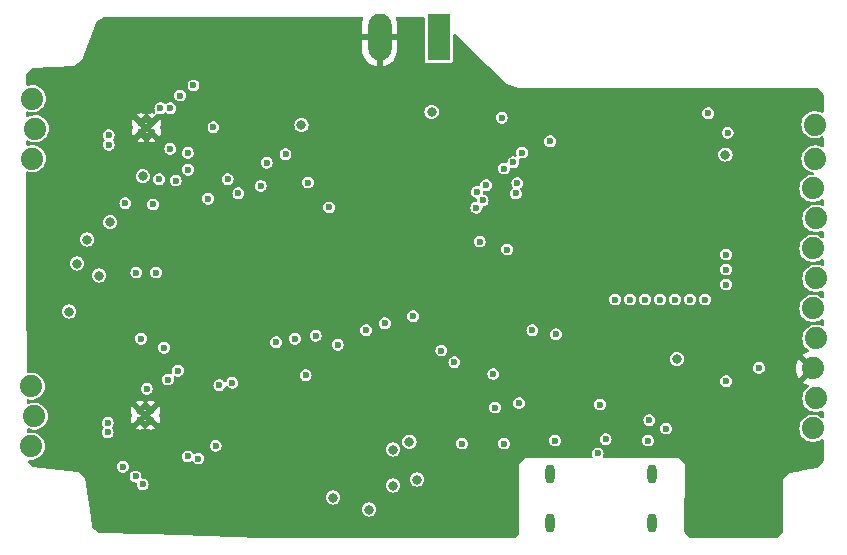
<source format=gbr>
%TF.GenerationSoftware,KiCad,Pcbnew,7.0.2*%
%TF.CreationDate,2024-03-26T23:12:22-04:00*%
%TF.ProjectId,mini_motor_go_V1_rev3,6d696e69-5f6d-46f7-946f-725f676f5f56,rev?*%
%TF.SameCoordinates,Original*%
%TF.FileFunction,Copper,L2,Inr*%
%TF.FilePolarity,Positive*%
%FSLAX46Y46*%
G04 Gerber Fmt 4.6, Leading zero omitted, Abs format (unit mm)*
G04 Created by KiCad (PCBNEW 7.0.2) date 2024-03-26 23:12:22*
%MOMM*%
%LPD*%
G01*
G04 APERTURE LIST*
%TA.AperFunction,ComponentPad*%
%ADD10C,0.600000*%
%TD*%
%TA.AperFunction,ComponentPad*%
%ADD11C,1.879600*%
%TD*%
%TA.AperFunction,ComponentPad*%
%ADD12O,0.800000X1.600000*%
%TD*%
%TA.AperFunction,ComponentPad*%
%ADD13R,1.980000X3.960000*%
%TD*%
%TA.AperFunction,ComponentPad*%
%ADD14O,1.980000X3.960000*%
%TD*%
%TA.AperFunction,ViaPad*%
%ADD15C,0.600000*%
%TD*%
%TA.AperFunction,ViaPad*%
%ADD16C,0.800000*%
%TD*%
G04 APERTURE END LIST*
D10*
%TO.N,GND*%
%TO.C,U2*%
X125481600Y-61536400D03*
X126381600Y-61536400D03*
X125481600Y-60736400D03*
X126381600Y-60736400D03*
%TD*%
D11*
%TO.N,Net-(U3-in+1)*%
%TO.C,J2*%
X116174213Y-88112054D03*
%TO.N,Net-(U5-V)*%
X116428213Y-85572054D03*
%TO.N,Net-(U3-in+2)*%
X116174213Y-83032054D03*
%TD*%
D12*
%TO.N,unconnected-(J11-SHELL_GND-PadS1)*%
%TO.C,J11*%
X160053600Y-94650700D03*
%TO.N,unconnected-(J11-SHELL_GND-PadS2)*%
X168703600Y-90450700D03*
%TO.N,unconnected-(J11-SHELL_GND-PadS3)*%
X160053600Y-90450700D03*
%TO.N,unconnected-(J11-SHELL_GND-PadS4)*%
X168703600Y-94650700D03*
%TD*%
D11*
%TO.N,Net-(J10-Pin_1)*%
%TO.C,J10*%
X182515000Y-63777800D03*
%TO.N,Net-(J10-Pin_2)*%
X182515000Y-60882200D03*
%TD*%
D10*
%TO.N,GND*%
%TO.C,U5*%
X125389938Y-85894093D03*
X126289938Y-85894093D03*
X125389938Y-85094093D03*
X126289938Y-85094093D03*
%TD*%
D13*
%TO.N,+BATT*%
%TO.C,J8*%
X150668062Y-53472238D03*
D14*
%TO.N,GND*%
X145668062Y-53472238D03*
%TD*%
D11*
%TO.N,Net-(U4-in+1)*%
%TO.C,J1*%
X116257000Y-63754000D03*
%TO.N,Net-(U2-V)*%
X116511000Y-61214000D03*
%TO.N,Net-(U4-in+2)*%
X116257000Y-58674000D03*
%TD*%
%TO.N,+3.3V*%
%TO.C,J9*%
X182344000Y-86610000D03*
%TO.N,+5V*%
X182598000Y-84070000D03*
%TO.N,GND*%
X182344000Y-81530000D03*
%TO.N,gpio47*%
X182598000Y-78990000D03*
%TO.N,gpio38*%
X182344000Y-76450000D03*
%TO.N,Net-(J9-Pin_6)*%
X182598000Y-73910000D03*
%TO.N,Net-(J9-Pin_7)*%
X182344000Y-71370000D03*
%TO.N,Net-(J9-Pin_8)*%
X182598000Y-68830000D03*
%TO.N,Net-(J9-Pin_9)*%
X182344000Y-66290000D03*
%TD*%
D15*
%TO.N,+BATT*%
X122642802Y-86943201D03*
D16*
X125624500Y-65250000D03*
X139050000Y-60930000D03*
D15*
X123931436Y-89838564D03*
X122732800Y-62585600D03*
X122732800Y-61772800D03*
X122642802Y-86130401D03*
%TO.N,GND*%
X161544000Y-81026000D03*
X158328060Y-81671940D03*
X166274001Y-83563600D03*
D16*
X164740000Y-66980000D03*
D15*
X118782002Y-86689201D03*
X154686000Y-94234000D03*
D16*
X164740000Y-68380000D03*
D15*
X161590842Y-82809158D03*
X124401600Y-62188400D03*
D16*
X116735000Y-74676000D03*
D15*
X157628060Y-80971940D03*
X159044166Y-82433634D03*
D16*
X166140000Y-65580000D03*
D15*
X159590842Y-80809158D03*
D16*
X123337570Y-73660000D03*
D15*
X171450000Y-87884000D03*
D16*
X135689493Y-89801810D03*
D15*
X159778060Y-83121940D03*
D16*
X166140000Y-68380000D03*
D15*
X177800000Y-87600000D03*
X157480000Y-87884000D03*
X131000000Y-71500000D03*
D16*
X137520000Y-60904365D03*
D15*
X132956940Y-63543060D03*
X157825500Y-78750000D03*
X124351602Y-84426001D03*
D16*
X164735137Y-65597355D03*
D15*
X156878060Y-80221940D03*
D16*
X137900000Y-70975500D03*
X166140000Y-66980000D03*
D15*
X143500000Y-84300000D03*
X160419981Y-83809449D03*
D16*
X167540000Y-66980000D03*
D15*
X156342637Y-79578908D03*
D16*
X167540000Y-68380000D03*
X174800000Y-59200000D03*
D15*
X141524000Y-89900000D03*
X119727546Y-62136006D03*
D16*
X138000000Y-73750000D03*
D15*
X158496000Y-83820000D03*
X124311602Y-86546001D03*
X124441600Y-60068400D03*
X125625500Y-82290000D03*
X160890842Y-82109158D03*
X118872000Y-62331600D03*
X161036000Y-88392000D03*
X144559980Y-67875500D03*
D16*
X167540000Y-65580000D03*
D15*
X158283364Y-79501678D03*
X167640000Y-88392000D03*
X160200000Y-59700000D03*
D16*
X172530000Y-79340000D03*
D15*
X131114800Y-89013600D03*
X119637548Y-86493607D03*
X156322500Y-78680558D03*
X125490000Y-57470000D03*
D16*
X137900000Y-68500000D03*
D15*
X158940842Y-80159158D03*
X160190842Y-81409158D03*
X154686000Y-89300000D03*
D16*
%TO.N,+3.3V*%
X148185362Y-87725395D03*
X148844000Y-90932000D03*
D15*
X156000000Y-60300000D03*
X125476000Y-79006000D03*
X148500000Y-77100000D03*
D16*
X119380000Y-76708000D03*
D15*
X175000000Y-82600000D03*
X125072469Y-73406000D03*
X128778000Y-58420000D03*
X128590000Y-81710000D03*
X126746000Y-73406000D03*
D16*
X170830000Y-80730000D03*
D15*
X124129800Y-67538600D03*
%TO.N,Net-(U3-in-1)*%
X125000000Y-90673500D03*
X129427830Y-88977500D03*
%TO.N,Net-(U3-in+1)*%
X130327526Y-89152900D03*
X125600000Y-91350000D03*
%TO.N,Net-(U3-ref_1)*%
X131775200Y-88073800D03*
X132100000Y-82950000D03*
X125943348Y-83248850D03*
%TO.N,/motor_controls/standby*%
X127421731Y-79763000D03*
X126492000Y-67640200D03*
X127104261Y-59503500D03*
X127740000Y-82470000D03*
%TO.N,+5V*%
X160528000Y-87630000D03*
X169926000Y-86614000D03*
X157480000Y-84455000D03*
X139599292Y-65785500D03*
X156210000Y-87884000D03*
X164338000Y-84582000D03*
X168500000Y-85900000D03*
X152654000Y-87884000D03*
D16*
X150070000Y-59790000D03*
D15*
X168402000Y-87630000D03*
X155448000Y-84836000D03*
%TO.N,Net-(U7-VFB)*%
X141400000Y-67900000D03*
D16*
%TO.N,m1_enc_cs*%
X122851991Y-69148009D03*
D15*
X175006000Y-71882000D03*
D16*
%TO.N,m2_enc_cs*%
X121920000Y-73660000D03*
D15*
X173228000Y-75692000D03*
%TO.N,m2_uh*%
X158600000Y-78300000D03*
X146106940Y-77706940D03*
%TO.N,m2_ul*%
X140250000Y-78750000D03*
X168148000Y-75692000D03*
%TO.N,m2_vh*%
X144531940Y-78281940D03*
X160600000Y-78621500D03*
%TO.N,m2_vl*%
X136900000Y-79300000D03*
X170688000Y-75692000D03*
%TO.N,m2_wh*%
X165608000Y-75692000D03*
X142113440Y-79513440D03*
%TO.N,m2_wl*%
X138500000Y-79000000D03*
X169418000Y-75692000D03*
%TO.N,m1_uh*%
X131150000Y-67150000D03*
X127000000Y-65500000D03*
X154391439Y-67300500D03*
%TO.N,m1_ul*%
X157200000Y-66700000D03*
X132789823Y-65500000D03*
X127939800Y-62941200D03*
%TO.N,m1_vh*%
X133700000Y-66700000D03*
X128400000Y-65618700D03*
X153900000Y-66585969D03*
%TO.N,m1_vl*%
X157000000Y-64075500D03*
X137700000Y-63400000D03*
X127939800Y-59503500D03*
%TO.N,m1_wh*%
X135600000Y-66075500D03*
X129446099Y-64700000D03*
X154693060Y-66006940D03*
%TO.N,m1_wl*%
X136100000Y-64100000D03*
X156200000Y-64600000D03*
X131600000Y-61100000D03*
%TO.N,Net-(J11-DP1)*%
X164800000Y-87517500D03*
X164126101Y-88722573D03*
%TO.N,Net-(U1-EN)*%
X160100000Y-62300000D03*
X153860000Y-67924500D03*
%TO.N,m2_current_sense_u*%
X133200000Y-82750000D03*
X156464000Y-71460500D03*
%TO.N,m2_current_sense_w*%
X139400000Y-82100000D03*
X166878000Y-75692000D03*
D16*
%TO.N,Net-(J10-Pin_1)*%
X174940000Y-63420000D03*
D15*
%TO.N,m1_current_sense_w*%
X129908326Y-57568045D03*
X157734000Y-63246000D03*
%TO.N,m1_current_sense_u*%
X129421099Y-63280167D03*
X157325503Y-65828100D03*
%TO.N,enc_scl*%
X175006000Y-73152000D03*
D16*
X120904000Y-70612000D03*
%TO.N,enc_sda*%
X120037570Y-72644000D03*
D15*
X175006000Y-74422000D03*
D16*
%TO.N,sda*%
X141732000Y-92456000D03*
D15*
X175125750Y-61574250D03*
D16*
X146812000Y-88392000D03*
D15*
X173482000Y-59930500D03*
D16*
%TO.N,scl*%
X146812000Y-91440000D03*
X144780000Y-93472000D03*
D15*
%TO.N,gpio38*%
X177770000Y-81480000D03*
X150900000Y-80010000D03*
%TO.N,gpio47*%
X154144667Y-70779500D03*
X152000000Y-81000000D03*
X155299500Y-82000000D03*
X171958000Y-75692000D03*
%TD*%
%TA.AperFunction,Conductor*%
%TO.N,GND*%
G36*
X144239454Y-51769685D02*
G01*
X144285209Y-51822489D01*
X144295153Y-51891647D01*
X144285971Y-51923810D01*
X144253965Y-51996774D01*
X144193346Y-52236151D01*
X144178273Y-52418059D01*
X144178062Y-52423175D01*
X144178062Y-53222238D01*
X145053894Y-53222238D01*
X145046419Y-53236480D01*
X145008062Y-53392100D01*
X145008062Y-53552376D01*
X145046419Y-53707996D01*
X145053894Y-53722238D01*
X144178062Y-53722238D01*
X144178062Y-54521300D01*
X144178273Y-54526416D01*
X144193346Y-54708324D01*
X144253965Y-54947701D01*
X144353155Y-55173830D01*
X144488212Y-55380550D01*
X144655453Y-55562223D01*
X144850315Y-55713889D01*
X145067488Y-55831418D01*
X145301033Y-55911594D01*
X145418061Y-55931123D01*
X145418062Y-55931122D01*
X145418062Y-54083295D01*
X145508954Y-54117766D01*
X145628143Y-54132238D01*
X145707981Y-54132238D01*
X145827170Y-54117766D01*
X145918062Y-54083295D01*
X145918062Y-55931123D01*
X146035090Y-55911594D01*
X146268635Y-55831418D01*
X146485808Y-55713889D01*
X146680670Y-55562223D01*
X146847911Y-55380550D01*
X146982968Y-55173830D01*
X147082158Y-54947701D01*
X147142777Y-54708324D01*
X147157850Y-54526416D01*
X147158062Y-54521300D01*
X147158062Y-53722238D01*
X146282230Y-53722238D01*
X146289705Y-53707996D01*
X146328062Y-53552376D01*
X146328062Y-53392100D01*
X146289705Y-53236480D01*
X146282230Y-53222238D01*
X147158062Y-53222238D01*
X147158062Y-52423175D01*
X147157850Y-52418059D01*
X147142777Y-52236151D01*
X147082158Y-51996774D01*
X147050153Y-51923810D01*
X147041250Y-51854510D01*
X147071227Y-51791398D01*
X147130566Y-51754511D01*
X147163709Y-51750000D01*
X149353562Y-51750000D01*
X149420601Y-51769685D01*
X149466356Y-51822489D01*
X149477562Y-51874000D01*
X149477562Y-55471986D01*
X149489194Y-55530468D01*
X149533509Y-55596790D01*
X149599831Y-55641105D01*
X149658313Y-55652738D01*
X149658314Y-55652738D01*
X151677811Y-55652738D01*
X151707051Y-55646921D01*
X151736293Y-55641105D01*
X151802614Y-55596790D01*
X151846929Y-55530469D01*
X151858562Y-55471986D01*
X151858562Y-53331259D01*
X151878247Y-53264221D01*
X151931051Y-53218466D01*
X152000209Y-53208522D01*
X152063765Y-53237547D01*
X152068008Y-53241399D01*
X154854482Y-55891734D01*
X156482707Y-57440408D01*
X157345000Y-57785000D01*
X176665000Y-57785000D01*
X177665000Y-57785000D01*
X182698645Y-57785000D01*
X182765684Y-57804685D01*
X182786317Y-57821309D01*
X183213792Y-58248691D01*
X183247283Y-58310011D01*
X183250120Y-58336355D01*
X183250432Y-59773724D01*
X183230762Y-59840768D01*
X183177968Y-59886534D01*
X183108812Y-59896493D01*
X183061153Y-59879177D01*
X183025453Y-59857072D01*
X182828395Y-59780732D01*
X182620664Y-59741900D01*
X182409336Y-59741900D01*
X182293215Y-59763607D01*
X182201604Y-59780732D01*
X182004548Y-59857071D01*
X181824869Y-59968324D01*
X181668698Y-60110692D01*
X181541343Y-60279338D01*
X181447145Y-60468512D01*
X181389313Y-60671770D01*
X181369815Y-60882200D01*
X181389313Y-61092629D01*
X181447145Y-61295887D01*
X181541343Y-61485061D01*
X181668698Y-61653707D01*
X181824869Y-61796075D01*
X181824871Y-61796076D01*
X181824872Y-61796077D01*
X182004547Y-61907328D01*
X182201605Y-61983668D01*
X182409336Y-62022500D01*
X182409338Y-62022500D01*
X182620662Y-62022500D01*
X182620664Y-62022500D01*
X182828395Y-61983668D01*
X183025453Y-61907328D01*
X183061637Y-61884923D01*
X183128995Y-61866367D01*
X183195695Y-61887174D01*
X183240557Y-61940739D01*
X183250914Y-61990323D01*
X183251062Y-62669714D01*
X183231392Y-62736758D01*
X183178598Y-62782524D01*
X183109442Y-62792483D01*
X183061784Y-62775167D01*
X183025455Y-62752673D01*
X183025453Y-62752672D01*
X182828395Y-62676332D01*
X182620664Y-62637500D01*
X182409336Y-62637500D01*
X182328923Y-62652532D01*
X182201604Y-62676332D01*
X182004548Y-62752671D01*
X181824869Y-62863924D01*
X181668698Y-63006292D01*
X181541343Y-63174938D01*
X181447145Y-63364112D01*
X181389313Y-63567370D01*
X181372715Y-63746500D01*
X181369815Y-63777800D01*
X181371228Y-63793056D01*
X181389313Y-63988229D01*
X181447145Y-64191487D01*
X181541343Y-64380661D01*
X181668698Y-64549307D01*
X181824869Y-64691675D01*
X181824871Y-64691676D01*
X181824872Y-64691677D01*
X182004547Y-64802928D01*
X182201605Y-64879268D01*
X182332901Y-64903811D01*
X182395181Y-64935479D01*
X182430454Y-64995792D01*
X182427520Y-65065600D01*
X182387311Y-65122740D01*
X182322593Y-65149071D01*
X182310115Y-65149700D01*
X182238336Y-65149700D01*
X182099848Y-65175588D01*
X182030604Y-65188532D01*
X181833548Y-65264871D01*
X181653869Y-65376124D01*
X181497698Y-65518492D01*
X181370343Y-65687138D01*
X181276145Y-65876312D01*
X181218313Y-66079570D01*
X181198815Y-66289999D01*
X181218313Y-66500429D01*
X181276145Y-66703687D01*
X181370343Y-66892861D01*
X181497698Y-67061507D01*
X181653869Y-67203875D01*
X181653871Y-67203876D01*
X181653872Y-67203877D01*
X181833547Y-67315128D01*
X182030605Y-67391468D01*
X182238336Y-67430300D01*
X182238338Y-67430300D01*
X182449662Y-67430300D01*
X182449664Y-67430300D01*
X182657395Y-67391468D01*
X182854453Y-67315128D01*
X183034128Y-67203877D01*
X183044528Y-67194395D01*
X183107330Y-67163779D01*
X183176717Y-67171976D01*
X183230658Y-67216385D01*
X183252027Y-67282906D01*
X183252066Y-67286006D01*
X183252152Y-67679496D01*
X183232482Y-67746540D01*
X183179688Y-67792306D01*
X183110532Y-67802265D01*
X183083359Y-67795150D01*
X182911396Y-67728532D01*
X182842151Y-67715588D01*
X182703664Y-67689700D01*
X182492336Y-67689700D01*
X182353848Y-67715588D01*
X182284604Y-67728532D01*
X182087548Y-67804871D01*
X181907869Y-67916124D01*
X181751698Y-68058492D01*
X181624343Y-68227138D01*
X181530145Y-68416312D01*
X181472313Y-68619570D01*
X181452815Y-68829999D01*
X181472313Y-69040429D01*
X181530145Y-69243687D01*
X181624343Y-69432861D01*
X181751698Y-69601507D01*
X181907869Y-69743875D01*
X181907871Y-69743876D01*
X181907872Y-69743877D01*
X182087547Y-69855128D01*
X182284605Y-69931468D01*
X182492336Y-69970300D01*
X182492338Y-69970300D01*
X182703662Y-69970300D01*
X182703664Y-69970300D01*
X182911395Y-69931468D01*
X183083861Y-69864654D01*
X183153482Y-69858793D01*
X183215222Y-69891503D01*
X183249477Y-69952400D01*
X183252652Y-69980255D01*
X183252738Y-70374552D01*
X183233068Y-70441596D01*
X183180274Y-70487362D01*
X183111118Y-70497321D01*
X183047556Y-70468310D01*
X183045200Y-70466216D01*
X183034130Y-70456124D01*
X182854451Y-70344871D01*
X182657395Y-70268532D01*
X182449664Y-70229700D01*
X182238336Y-70229700D01*
X182099848Y-70255588D01*
X182030604Y-70268532D01*
X181833548Y-70344871D01*
X181653869Y-70456124D01*
X181497698Y-70598492D01*
X181370343Y-70767138D01*
X181276145Y-70956312D01*
X181218313Y-71159570D01*
X181198815Y-71369999D01*
X181218313Y-71580429D01*
X181276145Y-71783687D01*
X181370343Y-71972861D01*
X181497698Y-72141507D01*
X181653869Y-72283875D01*
X181653871Y-72283876D01*
X181653872Y-72283877D01*
X181833547Y-72395128D01*
X182030605Y-72471468D01*
X182238336Y-72510300D01*
X182238338Y-72510300D01*
X182449662Y-72510300D01*
X182449664Y-72510300D01*
X182657395Y-72471468D01*
X182854453Y-72395128D01*
X183034128Y-72283877D01*
X183045631Y-72273390D01*
X183108433Y-72242771D01*
X183177820Y-72250967D01*
X183231762Y-72295375D01*
X183253132Y-72361896D01*
X183253171Y-72364998D01*
X183253257Y-72759924D01*
X183233587Y-72826968D01*
X183180793Y-72872734D01*
X183111637Y-72882693D01*
X183084464Y-72875578D01*
X182911396Y-72808532D01*
X182842151Y-72795588D01*
X182703664Y-72769700D01*
X182492336Y-72769700D01*
X182353848Y-72795588D01*
X182284604Y-72808532D01*
X182087548Y-72884871D01*
X181907869Y-72996124D01*
X181751698Y-73138492D01*
X181624343Y-73307138D01*
X181530145Y-73496312D01*
X181472313Y-73699570D01*
X181452815Y-73910000D01*
X181472313Y-74120429D01*
X181530145Y-74323687D01*
X181624343Y-74512861D01*
X181751698Y-74681507D01*
X181907869Y-74823875D01*
X181907871Y-74823876D01*
X181907872Y-74823877D01*
X182087547Y-74935128D01*
X182284605Y-75011468D01*
X182492336Y-75050300D01*
X182492338Y-75050300D01*
X182703662Y-75050300D01*
X182703664Y-75050300D01*
X182911395Y-75011468D01*
X183084966Y-74944226D01*
X183154587Y-74938365D01*
X183216327Y-74971075D01*
X183250582Y-75031972D01*
X183253757Y-75059827D01*
X183253844Y-75455560D01*
X183234174Y-75522604D01*
X183181380Y-75568370D01*
X183112224Y-75578329D01*
X183048662Y-75549318D01*
X183046306Y-75547225D01*
X183034127Y-75536122D01*
X182854451Y-75424871D01*
X182657395Y-75348532D01*
X182657394Y-75348532D01*
X182449664Y-75309700D01*
X182238336Y-75309700D01*
X182099848Y-75335588D01*
X182030604Y-75348532D01*
X181833548Y-75424871D01*
X181653869Y-75536124D01*
X181497698Y-75678492D01*
X181370343Y-75847138D01*
X181276145Y-76036312D01*
X181218313Y-76239570D01*
X181198815Y-76450000D01*
X181218313Y-76660429D01*
X181276145Y-76863687D01*
X181370343Y-77052861D01*
X181497698Y-77221507D01*
X181653869Y-77363875D01*
X181653871Y-77363876D01*
X181653872Y-77363877D01*
X181833547Y-77475128D01*
X182030605Y-77551468D01*
X182238336Y-77590300D01*
X182238338Y-77590300D01*
X182449662Y-77590300D01*
X182449664Y-77590300D01*
X182657395Y-77551468D01*
X182854453Y-77475128D01*
X183034128Y-77363877D01*
X183046735Y-77352383D01*
X183109538Y-77321765D01*
X183178926Y-77329961D01*
X183232867Y-77374370D01*
X183254236Y-77440892D01*
X183254275Y-77443992D01*
X183254362Y-77840352D01*
X183234692Y-77907396D01*
X183181898Y-77953162D01*
X183112742Y-77963121D01*
X183085569Y-77956006D01*
X182911396Y-77888532D01*
X182842151Y-77875588D01*
X182703664Y-77849700D01*
X182492336Y-77849700D01*
X182353848Y-77875588D01*
X182284604Y-77888532D01*
X182087548Y-77964871D01*
X181907869Y-78076124D01*
X181751698Y-78218492D01*
X181624343Y-78387138D01*
X181530145Y-78576312D01*
X181472313Y-78779570D01*
X181452815Y-78990000D01*
X181472313Y-79200429D01*
X181530145Y-79403687D01*
X181624343Y-79592861D01*
X181751698Y-79761507D01*
X181907871Y-79903877D01*
X181948852Y-79929251D01*
X181995488Y-79981279D01*
X182006592Y-80050261D01*
X181978639Y-80114295D01*
X181923838Y-80151959D01*
X181763661Y-80206948D01*
X181553803Y-80320517D01*
X181516840Y-80349287D01*
X182204400Y-81036847D01*
X182199408Y-81037565D01*
X182066530Y-81098248D01*
X181956131Y-81193910D01*
X181877155Y-81316799D01*
X181854478Y-81394030D01*
X181164057Y-80703609D01*
X181073391Y-80842384D01*
X180977546Y-81060891D01*
X180918968Y-81292209D01*
X180899264Y-81530000D01*
X180918968Y-81767790D01*
X180977546Y-81999108D01*
X181073393Y-82217620D01*
X181164056Y-82356389D01*
X181164057Y-82356389D01*
X181854477Y-81665969D01*
X181877155Y-81743201D01*
X181956131Y-81866090D01*
X182066530Y-81961752D01*
X182199408Y-82022435D01*
X182204398Y-82023152D01*
X181516839Y-82710711D01*
X181516840Y-82710712D01*
X181553804Y-82739483D01*
X181763659Y-82853051D01*
X181923837Y-82908040D01*
X181980853Y-82948425D01*
X182006984Y-83013225D01*
X181993933Y-83081865D01*
X181948854Y-83130747D01*
X181907871Y-83156123D01*
X181751698Y-83298492D01*
X181624343Y-83467138D01*
X181530145Y-83656312D01*
X181472313Y-83859570D01*
X181452815Y-84069999D01*
X181472313Y-84280429D01*
X181530145Y-84483687D01*
X181624343Y-84672861D01*
X181751698Y-84841507D01*
X181907869Y-84983875D01*
X181907871Y-84983876D01*
X181907872Y-84983877D01*
X182087547Y-85095128D01*
X182284605Y-85171468D01*
X182492336Y-85210300D01*
X182492338Y-85210300D01*
X182703662Y-85210300D01*
X182703664Y-85210300D01*
X182911395Y-85171468D01*
X183087178Y-85103369D01*
X183156797Y-85097508D01*
X183218538Y-85130218D01*
X183252793Y-85191114D01*
X183255968Y-85218970D01*
X183256055Y-85617575D01*
X183236385Y-85684619D01*
X183183591Y-85730385D01*
X183114435Y-85740344D01*
X183050873Y-85711333D01*
X183048519Y-85709241D01*
X183034130Y-85696124D01*
X182854451Y-85584871D01*
X182657395Y-85508532D01*
X182657394Y-85508532D01*
X182449664Y-85469700D01*
X182238336Y-85469700D01*
X182107846Y-85494093D01*
X182030604Y-85508532D01*
X181833548Y-85584871D01*
X181653869Y-85696124D01*
X181497698Y-85838492D01*
X181370343Y-86007138D01*
X181276145Y-86196312D01*
X181218313Y-86399570D01*
X181198815Y-86610000D01*
X181218313Y-86820429D01*
X181276145Y-87023687D01*
X181370343Y-87212861D01*
X181497698Y-87381507D01*
X181653869Y-87523875D01*
X181653871Y-87523876D01*
X181653872Y-87523877D01*
X181833547Y-87635128D01*
X182030605Y-87711468D01*
X182238336Y-87750300D01*
X182238338Y-87750300D01*
X182449662Y-87750300D01*
X182449664Y-87750300D01*
X182657395Y-87711468D01*
X182854453Y-87635128D01*
X183034128Y-87523877D01*
X183048949Y-87510365D01*
X183111752Y-87479749D01*
X183181139Y-87487946D01*
X183235080Y-87532356D01*
X183256448Y-87598878D01*
X183256487Y-87601976D01*
X183256860Y-89314895D01*
X183237190Y-89381939D01*
X183227903Y-89394564D01*
X183191965Y-89437452D01*
X182793637Y-89912804D01*
X182735494Y-89951544D01*
X182720266Y-89955253D01*
X182148565Y-90056719D01*
X181538489Y-90164997D01*
X181034481Y-90254449D01*
X180312307Y-90382623D01*
X180312306Y-90382623D01*
X180312305Y-90382624D01*
X179816318Y-90969986D01*
X179799052Y-93315237D01*
X179784054Y-95352361D01*
X179763876Y-95419254D01*
X179747371Y-95439494D01*
X179316302Y-95866979D01*
X179254840Y-95900208D01*
X179228866Y-95902933D01*
X172028205Y-95895828D01*
X171961185Y-95876077D01*
X171940452Y-95859315D01*
X171514777Y-95431750D01*
X171481428Y-95370353D01*
X171478653Y-95343836D01*
X171498278Y-89645997D01*
X171000000Y-89146000D01*
X164675899Y-89146000D01*
X164608860Y-89126315D01*
X164563105Y-89073511D01*
X164553161Y-89004353D01*
X164563105Y-88970488D01*
X164611266Y-88865030D01*
X164631748Y-88722573D01*
X164611266Y-88580116D01*
X164590092Y-88533753D01*
X164554557Y-88455943D01*
X164551478Y-88449200D01*
X164551477Y-88449199D01*
X164551477Y-88449198D01*
X164457230Y-88340431D01*
X164457229Y-88340430D01*
X164336154Y-88262620D01*
X164198062Y-88222073D01*
X164054140Y-88222073D01*
X163916048Y-88262620D01*
X163794971Y-88340431D01*
X163700724Y-88449198D01*
X163640935Y-88580115D01*
X163620454Y-88722572D01*
X163640935Y-88865030D01*
X163689097Y-88970488D01*
X163699041Y-89039647D01*
X163670016Y-89103202D01*
X163611238Y-89140977D01*
X163576303Y-89146000D01*
X157979999Y-89146000D01*
X157480000Y-89645999D01*
X157480000Y-95452638D01*
X157460315Y-95519677D01*
X157443681Y-95540319D01*
X157135319Y-95848681D01*
X157073996Y-95882166D01*
X157047638Y-95885000D01*
X136580500Y-95885000D01*
X135580770Y-95868584D01*
X128730215Y-95643545D01*
X126084067Y-95556620D01*
X121924803Y-95419990D01*
X121858446Y-95398115D01*
X121846048Y-95388338D01*
X121610906Y-95177289D01*
X121343411Y-94937202D01*
X121306670Y-94877776D01*
X121303467Y-94862329D01*
X121106513Y-93472000D01*
X144174317Y-93472000D01*
X144194956Y-93628762D01*
X144255463Y-93774840D01*
X144351717Y-93900282D01*
X144477159Y-93996535D01*
X144477159Y-93996536D01*
X144623238Y-94057044D01*
X144780000Y-94077682D01*
X144936762Y-94057044D01*
X145082841Y-93996536D01*
X145208282Y-93900282D01*
X145304536Y-93774841D01*
X145365044Y-93628762D01*
X145385682Y-93472000D01*
X145365044Y-93315238D01*
X145304536Y-93169159D01*
X145292099Y-93152951D01*
X145208282Y-93043717D01*
X145082840Y-92947463D01*
X144936762Y-92886956D01*
X144780000Y-92866317D01*
X144623237Y-92886956D01*
X144477159Y-92947463D01*
X144351717Y-93043717D01*
X144255463Y-93169159D01*
X144194956Y-93315237D01*
X144174317Y-93472000D01*
X121106513Y-93472000D01*
X120962586Y-92456000D01*
X141126317Y-92456000D01*
X141146956Y-92612762D01*
X141207463Y-92758840D01*
X141303717Y-92884282D01*
X141427809Y-92979500D01*
X141429159Y-92980536D01*
X141575238Y-93041044D01*
X141732000Y-93061682D01*
X141888762Y-93041044D01*
X142034841Y-92980536D01*
X142160282Y-92884282D01*
X142256536Y-92758841D01*
X142317044Y-92612762D01*
X142337682Y-92456000D01*
X142317044Y-92299238D01*
X142256536Y-92153159D01*
X142196728Y-92075215D01*
X142160282Y-92027717D01*
X142034840Y-91931463D01*
X141888762Y-91870956D01*
X141732000Y-91850317D01*
X141575237Y-91870956D01*
X141429159Y-91931463D01*
X141303717Y-92027717D01*
X141207463Y-92153159D01*
X141146956Y-92299237D01*
X141126317Y-92456000D01*
X120962586Y-92456000D01*
X120730130Y-90815057D01*
X120583922Y-90673500D01*
X124494353Y-90673500D01*
X124514834Y-90815957D01*
X124574623Y-90946874D01*
X124663982Y-91050000D01*
X124668872Y-91055643D01*
X124789947Y-91133453D01*
X124928039Y-91174000D01*
X124976554Y-91174000D01*
X125043593Y-91193685D01*
X125089348Y-91246489D01*
X125099292Y-91315646D01*
X125094353Y-91349999D01*
X125114834Y-91492457D01*
X125174623Y-91623374D01*
X125268870Y-91732141D01*
X125268872Y-91732143D01*
X125389947Y-91809953D01*
X125528039Y-91850500D01*
X125671961Y-91850500D01*
X125810053Y-91809953D01*
X125931128Y-91732143D01*
X126025377Y-91623373D01*
X126085165Y-91492457D01*
X126092707Y-91440000D01*
X146206317Y-91440000D01*
X146226956Y-91596762D01*
X146287463Y-91742840D01*
X146383717Y-91868282D01*
X146509159Y-91964535D01*
X146509159Y-91964536D01*
X146655238Y-92025044D01*
X146812000Y-92045682D01*
X146968762Y-92025044D01*
X147114841Y-91964536D01*
X147240282Y-91868282D01*
X147336536Y-91742841D01*
X147397044Y-91596762D01*
X147417682Y-91440000D01*
X147397044Y-91283238D01*
X147336536Y-91137159D01*
X147299400Y-91088762D01*
X147240282Y-91011717D01*
X147136392Y-90932000D01*
X148238317Y-90932000D01*
X148258956Y-91088762D01*
X148319463Y-91234840D01*
X148415717Y-91360282D01*
X148519609Y-91440000D01*
X148541159Y-91456536D01*
X148687238Y-91517044D01*
X148844000Y-91537682D01*
X149000762Y-91517044D01*
X149146841Y-91456536D01*
X149272282Y-91360282D01*
X149368536Y-91234841D01*
X149429044Y-91088762D01*
X149449682Y-90932000D01*
X149429044Y-90775238D01*
X149368536Y-90629159D01*
X149272282Y-90503717D01*
X149146840Y-90407463D01*
X149000762Y-90346956D01*
X148844000Y-90326317D01*
X148687237Y-90346956D01*
X148541159Y-90407463D01*
X148415717Y-90503717D01*
X148319463Y-90629159D01*
X148258956Y-90775237D01*
X148238317Y-90932000D01*
X147136392Y-90932000D01*
X147114840Y-90915463D01*
X146968762Y-90854956D01*
X146812000Y-90834317D01*
X146655237Y-90854956D01*
X146509159Y-90915463D01*
X146383717Y-91011717D01*
X146287463Y-91137159D01*
X146226956Y-91283237D01*
X146206317Y-91440000D01*
X126092707Y-91440000D01*
X126105647Y-91350000D01*
X126085165Y-91207543D01*
X126078836Y-91193685D01*
X126025376Y-91076625D01*
X125931129Y-90967858D01*
X125931128Y-90967857D01*
X125810053Y-90890047D01*
X125671961Y-90849500D01*
X125623445Y-90849500D01*
X125556406Y-90829815D01*
X125510651Y-90777011D01*
X125500707Y-90707855D01*
X125505647Y-90673500D01*
X125485165Y-90531043D01*
X125472685Y-90503717D01*
X125425376Y-90400125D01*
X125331129Y-90291358D01*
X125331128Y-90291357D01*
X125210053Y-90213547D01*
X125071961Y-90173000D01*
X124928039Y-90173000D01*
X124789947Y-90213547D01*
X124668870Y-90291358D01*
X124574623Y-90400125D01*
X124514834Y-90531042D01*
X124494353Y-90673500D01*
X120583922Y-90673500D01*
X120162935Y-90265905D01*
X116334191Y-89849223D01*
X116308552Y-89838564D01*
X123425789Y-89838564D01*
X123446270Y-89981021D01*
X123506059Y-90111938D01*
X123594104Y-90213547D01*
X123600308Y-90220707D01*
X123721383Y-90298517D01*
X123859475Y-90339064D01*
X124003397Y-90339064D01*
X124141489Y-90298517D01*
X124262564Y-90220707D01*
X124356813Y-90111937D01*
X124416601Y-89981021D01*
X124437083Y-89838564D01*
X124416601Y-89696107D01*
X124393716Y-89645997D01*
X124356812Y-89565189D01*
X124262565Y-89456422D01*
X124262564Y-89456421D01*
X124141489Y-89378611D01*
X124003397Y-89338064D01*
X123859475Y-89338064D01*
X123721383Y-89378611D01*
X123600306Y-89456422D01*
X123506059Y-89565189D01*
X123446270Y-89696106D01*
X123425789Y-89838564D01*
X116308552Y-89838564D01*
X116269675Y-89822401D01*
X116255378Y-89808836D01*
X115936428Y-89453929D01*
X115906258Y-89390908D01*
X115914949Y-89321581D01*
X115959742Y-89267958D01*
X116026414Y-89247064D01*
X116051438Y-89249155D01*
X116068549Y-89252354D01*
X116068550Y-89252354D01*
X116279875Y-89252354D01*
X116279877Y-89252354D01*
X116487608Y-89213522D01*
X116684666Y-89137182D01*
X116864341Y-89025931D01*
X116917469Y-88977499D01*
X128922183Y-88977499D01*
X128942664Y-89119957D01*
X129002453Y-89250874D01*
X129096700Y-89359641D01*
X129096702Y-89359643D01*
X129217777Y-89437453D01*
X129355869Y-89478000D01*
X129499791Y-89478000D01*
X129637883Y-89437453D01*
X129725750Y-89380983D01*
X129792786Y-89361300D01*
X129859826Y-89380984D01*
X129888715Y-89414323D01*
X129890474Y-89412800D01*
X129928272Y-89456421D01*
X129996398Y-89535043D01*
X130117473Y-89612853D01*
X130255565Y-89653400D01*
X130399487Y-89653400D01*
X130537579Y-89612853D01*
X130658654Y-89535043D01*
X130752903Y-89426273D01*
X130812691Y-89295357D01*
X130833173Y-89152900D01*
X130812691Y-89010443D01*
X130806863Y-88997682D01*
X130752902Y-88879525D01*
X130658655Y-88770758D01*
X130658654Y-88770757D01*
X130537579Y-88692947D01*
X130399487Y-88652400D01*
X130255565Y-88652400D01*
X130117471Y-88692947D01*
X130029606Y-88749414D01*
X129962567Y-88769098D01*
X129895527Y-88749413D01*
X129866641Y-88716075D01*
X129864882Y-88717600D01*
X129758959Y-88595358D01*
X129758958Y-88595357D01*
X129637883Y-88517547D01*
X129499791Y-88477000D01*
X129355869Y-88477000D01*
X129217777Y-88517547D01*
X129096700Y-88595358D01*
X129002453Y-88704125D01*
X128942664Y-88835042D01*
X128922183Y-88977499D01*
X116917469Y-88977499D01*
X117020515Y-88883560D01*
X117147869Y-88714916D01*
X117242066Y-88525743D01*
X117261926Y-88455943D01*
X117299899Y-88322483D01*
X117302947Y-88289582D01*
X117319398Y-88112054D01*
X117315853Y-88073799D01*
X131269553Y-88073799D01*
X131290034Y-88216257D01*
X131349823Y-88347174D01*
X131438227Y-88449198D01*
X131444072Y-88455943D01*
X131565147Y-88533753D01*
X131703239Y-88574300D01*
X131847161Y-88574300D01*
X131985253Y-88533753D01*
X132106328Y-88455943D01*
X132161734Y-88392000D01*
X146206317Y-88392000D01*
X146226956Y-88548762D01*
X146287463Y-88694840D01*
X146383717Y-88820282D01*
X146466185Y-88883561D01*
X146509159Y-88916536D01*
X146655238Y-88977044D01*
X146812000Y-88997682D01*
X146968762Y-88977044D01*
X147114841Y-88916536D01*
X147240282Y-88820282D01*
X147336536Y-88694841D01*
X147397044Y-88548762D01*
X147417682Y-88392000D01*
X147397044Y-88235238D01*
X147336536Y-88089159D01*
X147324750Y-88073799D01*
X147240282Y-87963717D01*
X147114840Y-87867463D01*
X146968762Y-87806956D01*
X146812000Y-87786317D01*
X146655237Y-87806956D01*
X146509159Y-87867463D01*
X146383717Y-87963717D01*
X146287463Y-88089159D01*
X146226956Y-88235237D01*
X146206317Y-88392000D01*
X132161734Y-88392000D01*
X132200577Y-88347173D01*
X132260365Y-88216257D01*
X132280847Y-88073800D01*
X132260365Y-87931343D01*
X132247591Y-87903373D01*
X132200576Y-87800425D01*
X132135562Y-87725395D01*
X147579679Y-87725395D01*
X147600318Y-87882157D01*
X147660825Y-88028235D01*
X147757079Y-88153677D01*
X147863371Y-88235237D01*
X147882521Y-88249931D01*
X148028600Y-88310439D01*
X148164722Y-88328359D01*
X148185361Y-88331077D01*
X148185361Y-88331076D01*
X148185362Y-88331077D01*
X148342124Y-88310439D01*
X148488203Y-88249931D01*
X148613644Y-88153677D01*
X148709898Y-88028236D01*
X148769643Y-87883999D01*
X152148353Y-87883999D01*
X152168834Y-88026457D01*
X152228623Y-88157374D01*
X152308824Y-88249931D01*
X152322872Y-88266143D01*
X152443947Y-88343953D01*
X152582039Y-88384500D01*
X152725961Y-88384500D01*
X152864053Y-88343953D01*
X152985128Y-88266143D01*
X153079377Y-88157373D01*
X153139165Y-88026457D01*
X153159647Y-87884000D01*
X155704353Y-87884000D01*
X155724834Y-88026457D01*
X155784623Y-88157374D01*
X155864824Y-88249931D01*
X155878872Y-88266143D01*
X155999947Y-88343953D01*
X156138039Y-88384500D01*
X156281961Y-88384500D01*
X156420053Y-88343953D01*
X156541128Y-88266143D01*
X156635377Y-88157373D01*
X156695165Y-88026457D01*
X156715647Y-87884000D01*
X156695165Y-87741543D01*
X156687790Y-87725395D01*
X156644224Y-87630000D01*
X160022353Y-87630000D01*
X160042834Y-87772457D01*
X160102623Y-87903374D01*
X160166812Y-87977452D01*
X160196872Y-88012143D01*
X160317947Y-88089953D01*
X160456039Y-88130500D01*
X160599961Y-88130500D01*
X160738053Y-88089953D01*
X160859128Y-88012143D01*
X160953377Y-87903373D01*
X161013165Y-87772457D01*
X161033647Y-87630000D01*
X161017472Y-87517499D01*
X164294353Y-87517499D01*
X164314834Y-87659957D01*
X164374623Y-87790874D01*
X164455317Y-87884000D01*
X164468872Y-87899643D01*
X164589947Y-87977453D01*
X164728039Y-88018000D01*
X164871961Y-88018000D01*
X165010053Y-87977453D01*
X165131128Y-87899643D01*
X165225377Y-87790873D01*
X165285165Y-87659957D01*
X165289472Y-87629999D01*
X167896353Y-87629999D01*
X167916834Y-87772457D01*
X167976623Y-87903374D01*
X168040812Y-87977452D01*
X168070872Y-88012143D01*
X168191947Y-88089953D01*
X168330039Y-88130500D01*
X168473961Y-88130500D01*
X168612053Y-88089953D01*
X168733128Y-88012143D01*
X168827377Y-87903373D01*
X168887165Y-87772457D01*
X168907647Y-87630000D01*
X168887165Y-87487543D01*
X168848625Y-87403154D01*
X168827376Y-87356625D01*
X168733129Y-87247858D01*
X168733128Y-87247857D01*
X168612053Y-87170047D01*
X168473961Y-87129500D01*
X168330039Y-87129500D01*
X168191947Y-87170047D01*
X168070870Y-87247858D01*
X167976623Y-87356625D01*
X167916834Y-87487542D01*
X167896353Y-87629999D01*
X165289472Y-87629999D01*
X165305647Y-87517500D01*
X165285165Y-87375043D01*
X165269411Y-87340548D01*
X165225376Y-87244125D01*
X165131129Y-87135358D01*
X165131128Y-87135357D01*
X165010053Y-87057547D01*
X164871961Y-87017000D01*
X164728039Y-87017000D01*
X164589947Y-87057547D01*
X164468870Y-87135358D01*
X164374623Y-87244125D01*
X164314834Y-87375042D01*
X164294353Y-87517499D01*
X161017472Y-87517499D01*
X161013165Y-87487543D01*
X160974625Y-87403154D01*
X160953376Y-87356625D01*
X160859129Y-87247858D01*
X160859128Y-87247857D01*
X160738053Y-87170047D01*
X160599961Y-87129500D01*
X160456039Y-87129500D01*
X160317947Y-87170047D01*
X160196870Y-87247858D01*
X160102623Y-87356625D01*
X160042834Y-87487542D01*
X160022353Y-87630000D01*
X156644224Y-87630000D01*
X156644224Y-87629999D01*
X156635377Y-87610627D01*
X156635376Y-87610626D01*
X156635376Y-87610625D01*
X156541129Y-87501858D01*
X156541128Y-87501857D01*
X156420053Y-87424047D01*
X156281961Y-87383500D01*
X156138039Y-87383500D01*
X155999947Y-87424047D01*
X155878870Y-87501858D01*
X155784623Y-87610625D01*
X155724834Y-87741542D01*
X155704353Y-87884000D01*
X153159647Y-87884000D01*
X153139165Y-87741543D01*
X153131790Y-87725395D01*
X153088224Y-87629999D01*
X153079377Y-87610627D01*
X153079376Y-87610626D01*
X153079376Y-87610625D01*
X152985129Y-87501858D01*
X152985128Y-87501857D01*
X152864053Y-87424047D01*
X152725961Y-87383500D01*
X152582039Y-87383500D01*
X152443947Y-87424047D01*
X152322870Y-87501858D01*
X152228623Y-87610625D01*
X152168834Y-87741542D01*
X152148353Y-87883999D01*
X148769643Y-87883999D01*
X148770406Y-87882157D01*
X148791044Y-87725395D01*
X148770406Y-87568633D01*
X148709898Y-87422554D01*
X148646973Y-87340548D01*
X148613644Y-87297112D01*
X148488202Y-87200858D01*
X148342124Y-87140351D01*
X148185361Y-87119712D01*
X148028599Y-87140351D01*
X147882521Y-87200858D01*
X147757079Y-87297112D01*
X147660825Y-87422554D01*
X147600318Y-87568632D01*
X147579679Y-87725395D01*
X132135562Y-87725395D01*
X132106329Y-87691658D01*
X132106328Y-87691657D01*
X131985253Y-87613847D01*
X131847161Y-87573300D01*
X131703239Y-87573300D01*
X131565147Y-87613847D01*
X131444070Y-87691658D01*
X131349823Y-87800425D01*
X131290034Y-87931342D01*
X131269553Y-88073799D01*
X117315853Y-88073799D01*
X117299899Y-87901627D01*
X117299899Y-87901624D01*
X117242067Y-87698366D01*
X117147869Y-87509192D01*
X117020514Y-87340546D01*
X116864343Y-87198178D01*
X116684664Y-87086925D01*
X116487608Y-87010586D01*
X116487607Y-87010586D01*
X116279877Y-86971754D01*
X116068549Y-86971754D01*
X115947792Y-86994327D01*
X115938081Y-86996143D01*
X115931586Y-86997357D01*
X115862071Y-86990326D01*
X115807392Y-86946828D01*
X115806159Y-86943201D01*
X122137155Y-86943201D01*
X122139729Y-86961107D01*
X122157636Y-87085658D01*
X122217425Y-87216575D01*
X122311672Y-87325342D01*
X122311674Y-87325344D01*
X122432749Y-87403154D01*
X122570841Y-87443701D01*
X122714763Y-87443701D01*
X122852855Y-87403154D01*
X122973930Y-87325344D01*
X123068179Y-87216574D01*
X123127967Y-87085658D01*
X123148449Y-86943201D01*
X123127967Y-86800744D01*
X123068179Y-86669828D01*
X123023272Y-86618002D01*
X123019962Y-86610753D01*
X125026829Y-86610753D01*
X125040634Y-86619428D01*
X125210797Y-86678970D01*
X125389938Y-86699155D01*
X125569078Y-86678970D01*
X125739239Y-86619428D01*
X125753267Y-86610613D01*
X125753188Y-86610562D01*
X125926522Y-86610562D01*
X125940631Y-86619427D01*
X126110797Y-86678970D01*
X126289938Y-86699155D01*
X126469078Y-86678970D01*
X126639241Y-86619428D01*
X126647879Y-86614000D01*
X169420353Y-86614000D01*
X169440834Y-86756457D01*
X169500623Y-86887374D01*
X169594870Y-86996141D01*
X169594872Y-86996143D01*
X169715947Y-87073953D01*
X169854039Y-87114500D01*
X169997961Y-87114500D01*
X170136053Y-87073953D01*
X170257128Y-86996143D01*
X170351377Y-86887373D01*
X170411165Y-86756457D01*
X170431647Y-86614000D01*
X170411165Y-86471543D01*
X170378720Y-86400500D01*
X170351376Y-86340625D01*
X170257129Y-86231858D01*
X170257128Y-86231857D01*
X170136053Y-86154047D01*
X169997961Y-86113500D01*
X169854039Y-86113500D01*
X169715947Y-86154047D01*
X169594870Y-86231858D01*
X169500623Y-86340625D01*
X169440834Y-86471542D01*
X169420353Y-86614000D01*
X126647879Y-86614000D01*
X126653045Y-86610754D01*
X126653045Y-86610753D01*
X126289939Y-86247646D01*
X126289938Y-86247646D01*
X125927618Y-86609964D01*
X125926522Y-86610562D01*
X125753188Y-86610562D01*
X125752256Y-86609964D01*
X125389939Y-86247646D01*
X125389938Y-86247646D01*
X125026829Y-86610753D01*
X123019962Y-86610753D01*
X122994248Y-86554448D01*
X123004192Y-86485289D01*
X123023271Y-86455600D01*
X123068179Y-86403774D01*
X123127967Y-86272858D01*
X123148449Y-86130401D01*
X123127967Y-85987944D01*
X123120566Y-85971739D01*
X123085106Y-85894093D01*
X124584875Y-85894093D01*
X124605060Y-86073233D01*
X124664603Y-86243397D01*
X124673276Y-86257201D01*
X125036385Y-85894093D01*
X125234647Y-85894093D01*
X125255452Y-85971738D01*
X125312293Y-86028579D01*
X125370192Y-86044093D01*
X125409684Y-86044093D01*
X125467583Y-86028579D01*
X125524424Y-85971739D01*
X125545229Y-85894093D01*
X125743491Y-85894093D01*
X125839937Y-85990539D01*
X125936383Y-85894093D01*
X126134647Y-85894093D01*
X126155452Y-85971738D01*
X126212293Y-86028579D01*
X126270192Y-86044093D01*
X126309684Y-86044093D01*
X126367583Y-86028579D01*
X126424424Y-85971739D01*
X126445229Y-85894093D01*
X126424424Y-85816448D01*
X126367583Y-85759607D01*
X126309684Y-85744093D01*
X126270192Y-85744093D01*
X126212293Y-85759607D01*
X126155452Y-85816447D01*
X126134647Y-85894093D01*
X125936383Y-85894093D01*
X125936384Y-85894092D01*
X125882883Y-85840590D01*
X125853737Y-85832031D01*
X125822722Y-85832032D01*
X125799318Y-85844812D01*
X125791983Y-85845600D01*
X125743491Y-85894092D01*
X125743491Y-85894093D01*
X125545229Y-85894093D01*
X125524424Y-85816448D01*
X125467583Y-85759607D01*
X125409684Y-85744093D01*
X125370192Y-85744093D01*
X125312293Y-85759607D01*
X125255452Y-85816447D01*
X125234647Y-85894093D01*
X125036385Y-85894093D01*
X125389938Y-85540540D01*
X125436383Y-85494093D01*
X125436382Y-85494092D01*
X126243490Y-85494092D01*
X127006598Y-86257200D01*
X127006599Y-86257200D01*
X127015273Y-86243396D01*
X127074815Y-86073233D01*
X127094335Y-85899999D01*
X167994353Y-85899999D01*
X168014834Y-86042457D01*
X168074623Y-86173374D01*
X168168870Y-86282141D01*
X168168872Y-86282143D01*
X168289947Y-86359953D01*
X168428039Y-86400500D01*
X168571961Y-86400500D01*
X168710053Y-86359953D01*
X168831128Y-86282143D01*
X168925377Y-86173373D01*
X168985165Y-86042457D01*
X169005647Y-85900000D01*
X168985165Y-85757543D01*
X168980925Y-85748259D01*
X168925376Y-85626625D01*
X168831129Y-85517858D01*
X168831128Y-85517857D01*
X168710053Y-85440047D01*
X168571961Y-85399500D01*
X168428039Y-85399500D01*
X168289947Y-85440047D01*
X168168870Y-85517858D01*
X168074623Y-85626625D01*
X168014834Y-85757542D01*
X167994353Y-85899999D01*
X127094335Y-85899999D01*
X127095000Y-85894093D01*
X127074815Y-85714954D01*
X127011864Y-85535048D01*
X127008303Y-85465269D01*
X127011864Y-85453138D01*
X127074815Y-85273231D01*
X127095000Y-85094093D01*
X127074815Y-84914952D01*
X127047188Y-84835999D01*
X154942353Y-84835999D01*
X154962834Y-84978457D01*
X155022623Y-85109374D01*
X155093451Y-85191114D01*
X155116872Y-85218143D01*
X155237947Y-85295953D01*
X155376039Y-85336500D01*
X155519961Y-85336500D01*
X155658053Y-85295953D01*
X155779128Y-85218143D01*
X155873377Y-85109373D01*
X155933165Y-84978457D01*
X155953647Y-84836000D01*
X155933165Y-84693543D01*
X155923720Y-84672862D01*
X155873376Y-84562625D01*
X155780119Y-84455000D01*
X156974353Y-84455000D01*
X156994834Y-84597457D01*
X157054623Y-84728374D01*
X157148870Y-84837141D01*
X157148872Y-84837143D01*
X157269947Y-84914953D01*
X157408039Y-84955500D01*
X157551961Y-84955500D01*
X157690053Y-84914953D01*
X157811128Y-84837143D01*
X157905377Y-84728373D01*
X157965165Y-84597457D01*
X157967387Y-84582000D01*
X163832353Y-84582000D01*
X163852834Y-84724457D01*
X163912623Y-84855374D01*
X164006870Y-84964141D01*
X164006872Y-84964143D01*
X164127947Y-85041953D01*
X164266039Y-85082500D01*
X164409961Y-85082500D01*
X164548053Y-85041953D01*
X164669128Y-84964143D01*
X164763377Y-84855373D01*
X164823165Y-84724457D01*
X164843647Y-84582000D01*
X164823165Y-84439543D01*
X164763377Y-84308627D01*
X164763376Y-84308626D01*
X164763376Y-84308625D01*
X164669129Y-84199858D01*
X164669128Y-84199857D01*
X164548053Y-84122047D01*
X164409961Y-84081500D01*
X164266039Y-84081500D01*
X164127947Y-84122047D01*
X164006870Y-84199858D01*
X163912623Y-84308625D01*
X163852834Y-84439542D01*
X163832353Y-84582000D01*
X157967387Y-84582000D01*
X157985647Y-84455000D01*
X157965165Y-84312543D01*
X157963645Y-84309215D01*
X157905376Y-84181625D01*
X157811129Y-84072858D01*
X157811128Y-84072857D01*
X157690053Y-83995047D01*
X157551961Y-83954500D01*
X157408039Y-83954500D01*
X157269947Y-83995047D01*
X157148870Y-84072858D01*
X157054623Y-84181625D01*
X156994834Y-84312542D01*
X156974353Y-84455000D01*
X155780119Y-84455000D01*
X155779129Y-84453858D01*
X155779128Y-84453857D01*
X155658053Y-84376047D01*
X155519961Y-84335500D01*
X155376039Y-84335500D01*
X155237947Y-84376047D01*
X155116870Y-84453858D01*
X155022623Y-84562625D01*
X154962834Y-84693542D01*
X154942353Y-84835999D01*
X127047188Y-84835999D01*
X127015273Y-84744789D01*
X127006598Y-84730984D01*
X126289938Y-85447646D01*
X126243491Y-85494092D01*
X126243490Y-85494092D01*
X125436382Y-85494092D01*
X125389938Y-85447647D01*
X125036385Y-85094093D01*
X125234647Y-85094093D01*
X125255452Y-85171738D01*
X125312293Y-85228579D01*
X125370192Y-85244093D01*
X125409684Y-85244093D01*
X125467583Y-85228579D01*
X125524424Y-85171739D01*
X125545229Y-85094093D01*
X125743491Y-85094093D01*
X125796994Y-85147596D01*
X125826134Y-85156153D01*
X125857149Y-85156153D01*
X125880556Y-85143372D01*
X125887893Y-85142583D01*
X125936383Y-85094093D01*
X126134647Y-85094093D01*
X126155452Y-85171738D01*
X126212293Y-85228579D01*
X126270192Y-85244093D01*
X126309684Y-85244093D01*
X126367583Y-85228579D01*
X126424424Y-85171739D01*
X126445229Y-85094093D01*
X126424424Y-85016448D01*
X126367583Y-84959607D01*
X126309684Y-84944093D01*
X126270192Y-84944093D01*
X126212293Y-84959607D01*
X126155452Y-85016447D01*
X126134647Y-85094093D01*
X125936383Y-85094093D01*
X125839938Y-84997646D01*
X125743491Y-85094092D01*
X125743491Y-85094093D01*
X125545229Y-85094093D01*
X125524424Y-85016448D01*
X125467583Y-84959607D01*
X125409684Y-84944093D01*
X125370192Y-84944093D01*
X125312293Y-84959607D01*
X125255452Y-85016447D01*
X125234647Y-85094093D01*
X125036385Y-85094093D01*
X124673276Y-84730983D01*
X124673276Y-84730984D01*
X124664602Y-84744789D01*
X124605060Y-84914952D01*
X124584875Y-85094093D01*
X124605060Y-85273233D01*
X124668011Y-85453139D01*
X124671572Y-85522918D01*
X124668011Y-85535047D01*
X124605060Y-85714952D01*
X124584875Y-85894093D01*
X123085106Y-85894093D01*
X123068178Y-85857026D01*
X122973931Y-85748259D01*
X122973930Y-85748258D01*
X122852855Y-85670448D01*
X122714763Y-85629901D01*
X122570841Y-85629901D01*
X122432749Y-85670448D01*
X122311672Y-85748259D01*
X122217425Y-85857026D01*
X122157636Y-85987943D01*
X122137155Y-86130400D01*
X122157636Y-86272858D01*
X122189926Y-86343561D01*
X122217425Y-86403774D01*
X122262330Y-86455597D01*
X122291355Y-86519153D01*
X122281411Y-86588312D01*
X122262331Y-86618001D01*
X122217425Y-86669826D01*
X122157636Y-86800743D01*
X122137155Y-86943200D01*
X122137155Y-86943201D01*
X115806159Y-86943201D01*
X115784910Y-86880674D01*
X115784801Y-86875734D01*
X115784536Y-86726805D01*
X115804100Y-86659735D01*
X115856822Y-86613886D01*
X115925963Y-86603819D01*
X115953328Y-86610961D01*
X116114818Y-86673522D01*
X116322549Y-86712354D01*
X116322551Y-86712354D01*
X116533875Y-86712354D01*
X116533877Y-86712354D01*
X116741608Y-86673522D01*
X116938666Y-86597182D01*
X117118341Y-86485931D01*
X117274515Y-86343560D01*
X117401869Y-86174916D01*
X117496066Y-85985743D01*
X117496067Y-85985741D01*
X117553899Y-85782483D01*
X117560156Y-85714954D01*
X117573398Y-85572054D01*
X117558471Y-85410975D01*
X117553899Y-85361624D01*
X117496067Y-85158366D01*
X117401869Y-84969192D01*
X117274514Y-84800546D01*
X117118343Y-84658178D01*
X116995312Y-84582000D01*
X116938666Y-84546926D01*
X116938664Y-84546925D01*
X116741608Y-84470586D01*
X116741607Y-84470586D01*
X116533877Y-84431754D01*
X116322549Y-84431754D01*
X116218683Y-84451170D01*
X116114816Y-84470586D01*
X115949213Y-84534741D01*
X115879590Y-84540603D01*
X115817850Y-84507892D01*
X115783595Y-84446996D01*
X115780420Y-84419341D01*
X115780345Y-84377431D01*
X125026828Y-84377431D01*
X125389938Y-84740540D01*
X125389939Y-84740540D01*
X125752256Y-84378221D01*
X125753351Y-84377623D01*
X125753267Y-84377570D01*
X125926605Y-84377570D01*
X125927618Y-84378221D01*
X126289938Y-84740540D01*
X126289939Y-84740540D01*
X126653046Y-84377431D01*
X126639242Y-84368758D01*
X126469078Y-84309215D01*
X126289938Y-84289030D01*
X126110797Y-84309215D01*
X125940632Y-84368758D01*
X125926605Y-84377570D01*
X125753267Y-84377570D01*
X125739241Y-84368757D01*
X125569078Y-84309215D01*
X125389938Y-84289030D01*
X125210797Y-84309215D01*
X125040634Y-84368757D01*
X125026829Y-84377431D01*
X125026828Y-84377431D01*
X115780345Y-84377431D01*
X115780150Y-84267988D01*
X115799715Y-84200917D01*
X115852437Y-84155068D01*
X115921578Y-84145001D01*
X115926912Y-84145877D01*
X116068549Y-84172354D01*
X116068551Y-84172354D01*
X116279875Y-84172354D01*
X116279877Y-84172354D01*
X116487608Y-84133522D01*
X116684666Y-84057182D01*
X116864341Y-83945931D01*
X117020515Y-83803560D01*
X117147869Y-83634916D01*
X117242066Y-83445743D01*
X117242067Y-83445741D01*
X117298088Y-83248849D01*
X125437701Y-83248849D01*
X125458182Y-83391307D01*
X125517971Y-83522224D01*
X125612218Y-83630991D01*
X125612220Y-83630993D01*
X125733295Y-83708803D01*
X125871387Y-83749350D01*
X126015309Y-83749350D01*
X126153401Y-83708803D01*
X126274476Y-83630993D01*
X126368725Y-83522223D01*
X126428513Y-83391307D01*
X126448995Y-83248850D01*
X126428513Y-83106393D01*
X126417311Y-83081865D01*
X126368724Y-82975475D01*
X126274477Y-82866708D01*
X126274476Y-82866707D01*
X126153401Y-82788897D01*
X126015309Y-82748350D01*
X125871387Y-82748350D01*
X125733295Y-82788897D01*
X125612218Y-82866708D01*
X125517971Y-82975475D01*
X125458182Y-83106392D01*
X125437701Y-83248849D01*
X117298088Y-83248849D01*
X117299899Y-83242483D01*
X117310123Y-83132143D01*
X117319398Y-83032054D01*
X117299899Y-82821627D01*
X117299899Y-82821624D01*
X117242067Y-82618366D01*
X117168189Y-82470000D01*
X127234353Y-82470000D01*
X127254834Y-82612457D01*
X127314623Y-82743374D01*
X127354069Y-82788897D01*
X127408872Y-82852143D01*
X127529947Y-82929953D01*
X127668039Y-82970500D01*
X127811961Y-82970500D01*
X127881782Y-82949999D01*
X131594353Y-82949999D01*
X131614834Y-83092457D01*
X131674623Y-83223374D01*
X131698128Y-83250500D01*
X131768872Y-83332143D01*
X131889947Y-83409953D01*
X132028039Y-83450500D01*
X132171961Y-83450500D01*
X132310053Y-83409953D01*
X132431128Y-83332143D01*
X132525377Y-83223373D01*
X132585165Y-83092457D01*
X132585164Y-83092457D01*
X132591062Y-83079545D01*
X132636817Y-83026741D01*
X132703857Y-83007057D01*
X132770896Y-83026742D01*
X132797569Y-83049855D01*
X132867662Y-83130747D01*
X132868872Y-83132143D01*
X132989947Y-83209953D01*
X133128039Y-83250500D01*
X133271961Y-83250500D01*
X133410053Y-83209953D01*
X133531128Y-83132143D01*
X133625377Y-83023373D01*
X133685165Y-82892457D01*
X133705647Y-82750000D01*
X133685165Y-82607543D01*
X133681720Y-82600000D01*
X133625376Y-82476625D01*
X133531129Y-82367858D01*
X133531128Y-82367857D01*
X133410053Y-82290047D01*
X133271961Y-82249500D01*
X133128039Y-82249500D01*
X132989947Y-82290047D01*
X132868870Y-82367858D01*
X132774624Y-82476624D01*
X132708937Y-82620455D01*
X132663181Y-82673258D01*
X132596141Y-82692942D01*
X132529102Y-82673257D01*
X132502431Y-82650145D01*
X132431128Y-82567857D01*
X132431127Y-82567856D01*
X132387861Y-82540051D01*
X132310053Y-82490047D01*
X132171961Y-82449500D01*
X132028039Y-82449500D01*
X131889947Y-82490047D01*
X131768870Y-82567858D01*
X131674623Y-82676625D01*
X131614834Y-82807542D01*
X131594353Y-82949999D01*
X127881782Y-82949999D01*
X127950053Y-82929953D01*
X128071128Y-82852143D01*
X128165377Y-82743373D01*
X128225165Y-82612457D01*
X128245647Y-82470000D01*
X128225165Y-82327543D01*
X128225165Y-82327542D01*
X128222628Y-82309896D01*
X128226461Y-82309344D01*
X128220933Y-82270884D01*
X128249959Y-82207330D01*
X128308739Y-82169557D01*
X128378605Y-82169558D01*
X128379944Y-82169951D01*
X128379947Y-82169953D01*
X128518039Y-82210500D01*
X128661961Y-82210500D01*
X128800053Y-82169953D01*
X128908904Y-82099999D01*
X138894353Y-82099999D01*
X138914834Y-82242457D01*
X138974623Y-82373374D01*
X139064092Y-82476627D01*
X139068872Y-82482143D01*
X139189947Y-82559953D01*
X139328039Y-82600500D01*
X139471961Y-82600500D01*
X139473667Y-82599999D01*
X174494353Y-82599999D01*
X174514834Y-82742457D01*
X174574623Y-82873374D01*
X174623649Y-82929953D01*
X174668872Y-82982143D01*
X174789947Y-83059953D01*
X174928039Y-83100500D01*
X175071961Y-83100500D01*
X175210053Y-83059953D01*
X175331128Y-82982143D01*
X175425377Y-82873373D01*
X175485165Y-82742457D01*
X175505647Y-82600000D01*
X175485165Y-82457543D01*
X175472217Y-82429192D01*
X175425376Y-82326625D01*
X175331129Y-82217858D01*
X175331128Y-82217857D01*
X175210053Y-82140047D01*
X175071961Y-82099500D01*
X174928039Y-82099500D01*
X174789947Y-82140047D01*
X174668870Y-82217858D01*
X174574623Y-82326625D01*
X174514834Y-82457542D01*
X174494353Y-82599999D01*
X139473667Y-82599999D01*
X139610053Y-82559953D01*
X139731128Y-82482143D01*
X139825377Y-82373373D01*
X139885165Y-82242457D01*
X139905647Y-82100000D01*
X139891269Y-81999999D01*
X154793853Y-81999999D01*
X154814334Y-82142457D01*
X154874123Y-82273374D01*
X154968370Y-82382141D01*
X154968372Y-82382143D01*
X155089447Y-82459953D01*
X155227539Y-82500500D01*
X155371461Y-82500500D01*
X155509553Y-82459953D01*
X155630628Y-82382143D01*
X155724877Y-82273373D01*
X155784665Y-82142457D01*
X155805147Y-82000000D01*
X155784665Y-81857543D01*
X155782342Y-81852457D01*
X155724876Y-81726625D01*
X155630629Y-81617858D01*
X155630628Y-81617857D01*
X155509553Y-81540047D01*
X155371461Y-81499500D01*
X155227539Y-81499500D01*
X155089447Y-81540047D01*
X154968370Y-81617858D01*
X154874123Y-81726625D01*
X154814334Y-81857542D01*
X154793853Y-81999999D01*
X139891269Y-81999999D01*
X139888109Y-81978024D01*
X139885165Y-81957542D01*
X139825376Y-81826625D01*
X139731129Y-81717858D01*
X139731128Y-81717857D01*
X139610053Y-81640047D01*
X139471961Y-81599500D01*
X139328039Y-81599500D01*
X139189947Y-81640047D01*
X139068870Y-81717858D01*
X138974623Y-81826625D01*
X138914834Y-81957542D01*
X138894353Y-82099999D01*
X128908904Y-82099999D01*
X128921128Y-82092143D01*
X129015377Y-81983373D01*
X129075165Y-81852457D01*
X129095647Y-81710000D01*
X129078109Y-81588024D01*
X129075165Y-81567542D01*
X129015376Y-81436625D01*
X128921129Y-81327858D01*
X128921128Y-81327857D01*
X128800053Y-81250047D01*
X128661961Y-81209500D01*
X128518039Y-81209500D01*
X128379947Y-81250047D01*
X128258870Y-81327858D01*
X128164623Y-81436625D01*
X128104834Y-81567542D01*
X128084353Y-81709999D01*
X128107372Y-81870104D01*
X128103538Y-81870655D01*
X128109064Y-81909129D01*
X128080030Y-81972681D01*
X128021246Y-82010446D01*
X127951394Y-82010441D01*
X127950053Y-82010047D01*
X127811961Y-81969500D01*
X127668039Y-81969500D01*
X127529947Y-82010047D01*
X127408870Y-82087858D01*
X127314623Y-82196625D01*
X127254834Y-82327542D01*
X127234353Y-82470000D01*
X117168189Y-82470000D01*
X117147869Y-82429192D01*
X117020514Y-82260546D01*
X116864343Y-82118178D01*
X116734852Y-82038000D01*
X116684666Y-82006926D01*
X116684664Y-82006925D01*
X116487608Y-81930586D01*
X116425896Y-81919050D01*
X116279877Y-81891754D01*
X116068549Y-81891754D01*
X115987406Y-81906922D01*
X115922528Y-81919050D01*
X115853013Y-81912019D01*
X115798334Y-81868521D01*
X115775852Y-81802367D01*
X115775744Y-81797448D01*
X115774322Y-81000000D01*
X151494353Y-81000000D01*
X151514834Y-81142457D01*
X151574623Y-81273374D01*
X151630225Y-81337542D01*
X151668872Y-81382143D01*
X151789947Y-81459953D01*
X151928039Y-81500500D01*
X152071961Y-81500500D01*
X152141782Y-81479999D01*
X177264353Y-81479999D01*
X177284834Y-81622457D01*
X177344623Y-81753374D01*
X177408097Y-81826627D01*
X177438872Y-81862143D01*
X177559947Y-81939953D01*
X177698039Y-81980500D01*
X177841961Y-81980500D01*
X177980053Y-81939953D01*
X178101128Y-81862143D01*
X178195377Y-81753373D01*
X178255165Y-81622457D01*
X178275647Y-81480000D01*
X178255165Y-81337543D01*
X178254315Y-81335682D01*
X178195376Y-81206625D01*
X178101129Y-81097858D01*
X178101128Y-81097857D01*
X177980053Y-81020047D01*
X177841961Y-80979500D01*
X177698039Y-80979500D01*
X177559947Y-81020047D01*
X177438870Y-81097858D01*
X177344623Y-81206625D01*
X177284834Y-81337542D01*
X177264353Y-81479999D01*
X152141782Y-81479999D01*
X152210053Y-81459953D01*
X152331128Y-81382143D01*
X152425377Y-81273373D01*
X152485165Y-81142457D01*
X152505647Y-81000000D01*
X152485165Y-80857543D01*
X152426917Y-80729999D01*
X170224317Y-80729999D01*
X170244956Y-80886762D01*
X170305463Y-81032840D01*
X170401717Y-81158282D01*
X170521309Y-81250047D01*
X170527159Y-81254536D01*
X170673238Y-81315044D01*
X170830000Y-81335682D01*
X170986762Y-81315044D01*
X171132841Y-81254536D01*
X171258282Y-81158282D01*
X171354536Y-81032841D01*
X171415044Y-80886762D01*
X171435682Y-80730000D01*
X171415044Y-80573238D01*
X171354536Y-80427159D01*
X171354536Y-80427158D01*
X171258282Y-80301717D01*
X171132840Y-80205463D01*
X170986762Y-80144956D01*
X170830000Y-80124317D01*
X170673237Y-80144956D01*
X170527159Y-80205463D01*
X170401717Y-80301717D01*
X170305463Y-80427159D01*
X170244956Y-80573237D01*
X170224317Y-80729999D01*
X152426917Y-80729999D01*
X152425377Y-80726627D01*
X152425376Y-80726626D01*
X152425376Y-80726625D01*
X152331129Y-80617858D01*
X152331128Y-80617857D01*
X152210053Y-80540047D01*
X152071961Y-80499500D01*
X151928039Y-80499500D01*
X151789947Y-80540047D01*
X151668870Y-80617858D01*
X151574623Y-80726625D01*
X151514834Y-80857542D01*
X151494353Y-81000000D01*
X115774322Y-81000000D01*
X115772115Y-79763000D01*
X126916084Y-79763000D01*
X126936565Y-79905457D01*
X126996354Y-80036374D01*
X127090441Y-80144956D01*
X127090603Y-80145143D01*
X127211678Y-80222953D01*
X127349770Y-80263500D01*
X127493692Y-80263500D01*
X127631784Y-80222953D01*
X127752859Y-80145143D01*
X127847108Y-80036373D01*
X127906896Y-79905457D01*
X127927378Y-79763000D01*
X127906896Y-79620543D01*
X127894254Y-79592862D01*
X127847107Y-79489625D01*
X127752860Y-79380858D01*
X127752859Y-79380857D01*
X127631784Y-79303047D01*
X127621407Y-79300000D01*
X136394353Y-79300000D01*
X136414834Y-79442457D01*
X136474623Y-79573374D01*
X136568870Y-79682141D01*
X136568872Y-79682143D01*
X136689947Y-79759953D01*
X136828039Y-79800500D01*
X136971961Y-79800500D01*
X137110053Y-79759953D01*
X137231128Y-79682143D01*
X137325377Y-79573373D01*
X137352748Y-79513439D01*
X141607793Y-79513439D01*
X141628274Y-79655897D01*
X141688063Y-79786814D01*
X141758015Y-79867543D01*
X141782312Y-79895583D01*
X141903387Y-79973393D01*
X142041479Y-80013940D01*
X142185401Y-80013940D01*
X142198820Y-80010000D01*
X150394353Y-80010000D01*
X150414834Y-80152457D01*
X150474623Y-80283374D01*
X150506808Y-80320517D01*
X150568872Y-80392143D01*
X150689947Y-80469953D01*
X150828039Y-80510500D01*
X150971961Y-80510500D01*
X151110053Y-80469953D01*
X151231128Y-80392143D01*
X151325377Y-80283373D01*
X151385165Y-80152457D01*
X151405647Y-80010000D01*
X151385165Y-79867543D01*
X151348296Y-79786813D01*
X151325376Y-79736625D01*
X151231129Y-79627858D01*
X151231128Y-79627857D01*
X151110053Y-79550047D01*
X150971961Y-79509500D01*
X150828039Y-79509500D01*
X150689947Y-79550047D01*
X150568870Y-79627858D01*
X150474623Y-79736625D01*
X150414834Y-79867542D01*
X150394353Y-80010000D01*
X142198820Y-80010000D01*
X142323493Y-79973393D01*
X142444568Y-79895583D01*
X142538817Y-79786813D01*
X142598605Y-79655897D01*
X142619087Y-79513440D01*
X142598605Y-79370983D01*
X142538817Y-79240067D01*
X142538816Y-79240066D01*
X142538816Y-79240065D01*
X142444569Y-79131298D01*
X142444568Y-79131297D01*
X142323493Y-79053487D01*
X142185401Y-79012940D01*
X142041479Y-79012940D01*
X141903387Y-79053487D01*
X141782310Y-79131298D01*
X141688063Y-79240065D01*
X141628274Y-79370982D01*
X141607793Y-79513439D01*
X137352748Y-79513439D01*
X137385165Y-79442457D01*
X137405647Y-79300000D01*
X137385165Y-79157543D01*
X137378275Y-79142457D01*
X137325376Y-79026625D01*
X137302305Y-79000000D01*
X137994353Y-79000000D01*
X138014834Y-79142457D01*
X138074623Y-79273374D01*
X138168870Y-79382141D01*
X138168872Y-79382143D01*
X138289947Y-79459953D01*
X138428039Y-79500500D01*
X138571961Y-79500500D01*
X138710053Y-79459953D01*
X138831128Y-79382143D01*
X138925377Y-79273373D01*
X138985165Y-79142457D01*
X139005647Y-79000000D01*
X138985165Y-78857543D01*
X138958657Y-78799500D01*
X138936051Y-78750000D01*
X139744353Y-78750000D01*
X139764834Y-78892457D01*
X139824623Y-79023374D01*
X139874948Y-79081452D01*
X139918872Y-79132143D01*
X140039947Y-79209953D01*
X140178039Y-79250500D01*
X140321961Y-79250500D01*
X140460053Y-79209953D01*
X140581128Y-79132143D01*
X140675377Y-79023373D01*
X140735165Y-78892457D01*
X140755647Y-78750000D01*
X140735165Y-78607543D01*
X140719560Y-78573374D01*
X140675376Y-78476625D01*
X140581129Y-78367858D01*
X140581128Y-78367857D01*
X140460053Y-78290047D01*
X140432443Y-78281940D01*
X144026293Y-78281940D01*
X144046774Y-78424397D01*
X144106563Y-78555314D01*
X144165956Y-78623857D01*
X144200812Y-78664083D01*
X144321887Y-78741893D01*
X144459979Y-78782440D01*
X144603901Y-78782440D01*
X144741993Y-78741893D01*
X144863068Y-78664083D01*
X144957317Y-78555313D01*
X145017105Y-78424397D01*
X145034991Y-78299999D01*
X158094353Y-78299999D01*
X158114834Y-78442457D01*
X158174623Y-78573374D01*
X158218367Y-78623857D01*
X158268872Y-78682143D01*
X158389947Y-78759953D01*
X158528039Y-78800500D01*
X158671961Y-78800500D01*
X158810053Y-78759953D01*
X158931128Y-78682143D01*
X158983675Y-78621500D01*
X160094353Y-78621500D01*
X160114834Y-78763957D01*
X160174623Y-78894874D01*
X160194539Y-78917858D01*
X160268872Y-79003643D01*
X160389947Y-79081453D01*
X160528039Y-79122000D01*
X160671961Y-79122000D01*
X160810053Y-79081453D01*
X160931128Y-79003643D01*
X161025377Y-78894873D01*
X161085165Y-78763957D01*
X161105647Y-78621500D01*
X161085165Y-78479043D01*
X161025377Y-78348127D01*
X161025376Y-78348126D01*
X161025376Y-78348125D01*
X160931129Y-78239358D01*
X160931128Y-78239357D01*
X160810053Y-78161547D01*
X160671961Y-78121000D01*
X160528039Y-78121000D01*
X160389947Y-78161547D01*
X160268870Y-78239358D01*
X160174623Y-78348125D01*
X160114834Y-78479042D01*
X160094353Y-78621500D01*
X158983675Y-78621500D01*
X159025377Y-78573373D01*
X159085165Y-78442457D01*
X159105647Y-78300000D01*
X159085165Y-78157543D01*
X159076917Y-78139483D01*
X159025376Y-78026625D01*
X158931129Y-77917858D01*
X158931128Y-77917857D01*
X158810053Y-77840047D01*
X158671961Y-77799500D01*
X158528039Y-77799500D01*
X158389947Y-77840047D01*
X158268870Y-77917858D01*
X158174623Y-78026625D01*
X158114834Y-78157542D01*
X158094353Y-78299999D01*
X145034991Y-78299999D01*
X145037587Y-78281940D01*
X145017105Y-78139483D01*
X144957317Y-78008567D01*
X144957316Y-78008566D01*
X144957316Y-78008565D01*
X144863069Y-77899798D01*
X144863068Y-77899797D01*
X144741993Y-77821987D01*
X144603901Y-77781440D01*
X144459979Y-77781440D01*
X144321887Y-77821987D01*
X144200810Y-77899798D01*
X144106563Y-78008565D01*
X144046774Y-78139482D01*
X144026293Y-78281940D01*
X140432443Y-78281940D01*
X140321961Y-78249500D01*
X140178039Y-78249500D01*
X140039947Y-78290047D01*
X139918870Y-78367858D01*
X139824623Y-78476625D01*
X139764834Y-78607542D01*
X139744353Y-78750000D01*
X138936051Y-78750000D01*
X138925376Y-78726625D01*
X138831129Y-78617858D01*
X138831128Y-78617857D01*
X138710053Y-78540047D01*
X138571961Y-78499500D01*
X138428039Y-78499500D01*
X138289947Y-78540047D01*
X138168870Y-78617858D01*
X138074623Y-78726625D01*
X138014834Y-78857542D01*
X137994353Y-79000000D01*
X137302305Y-79000000D01*
X137231129Y-78917858D01*
X137231128Y-78917857D01*
X137110053Y-78840047D01*
X136971961Y-78799500D01*
X136828039Y-78799500D01*
X136689947Y-78840047D01*
X136568870Y-78917858D01*
X136474623Y-79026625D01*
X136414834Y-79157542D01*
X136394353Y-79300000D01*
X127621407Y-79300000D01*
X127493692Y-79262500D01*
X127349770Y-79262500D01*
X127211678Y-79303047D01*
X127090601Y-79380858D01*
X126996354Y-79489625D01*
X126936565Y-79620542D01*
X126916084Y-79763000D01*
X115772115Y-79763000D01*
X115770765Y-79005999D01*
X124970353Y-79005999D01*
X124990834Y-79148457D01*
X125050623Y-79279374D01*
X125139671Y-79382141D01*
X125144872Y-79388143D01*
X125265947Y-79465953D01*
X125404039Y-79506500D01*
X125547961Y-79506500D01*
X125686053Y-79465953D01*
X125807128Y-79388143D01*
X125901377Y-79279373D01*
X125961165Y-79148457D01*
X125981647Y-79006000D01*
X125961165Y-78863543D01*
X125958424Y-78857542D01*
X125901376Y-78732625D01*
X125807129Y-78623858D01*
X125807128Y-78623857D01*
X125686053Y-78546047D01*
X125547961Y-78505500D01*
X125404039Y-78505500D01*
X125265947Y-78546047D01*
X125144870Y-78623858D01*
X125050623Y-78732625D01*
X124990834Y-78863542D01*
X124970353Y-79005999D01*
X115770765Y-79005999D01*
X115768448Y-77706940D01*
X145601293Y-77706940D01*
X145621774Y-77849397D01*
X145681563Y-77980314D01*
X145764582Y-78076123D01*
X145775812Y-78089083D01*
X145896887Y-78166893D01*
X146034979Y-78207440D01*
X146178901Y-78207440D01*
X146316993Y-78166893D01*
X146438068Y-78089083D01*
X146532317Y-77980313D01*
X146592105Y-77849397D01*
X146612587Y-77706940D01*
X146592105Y-77564483D01*
X146590036Y-77559953D01*
X146532316Y-77433565D01*
X146438069Y-77324798D01*
X146438068Y-77324797D01*
X146316993Y-77246987D01*
X146178901Y-77206440D01*
X146034979Y-77206440D01*
X145896887Y-77246987D01*
X145775810Y-77324798D01*
X145681563Y-77433565D01*
X145621774Y-77564482D01*
X145601293Y-77706940D01*
X115768448Y-77706940D01*
X115766667Y-76708000D01*
X118774317Y-76708000D01*
X118794956Y-76864762D01*
X118855463Y-77010840D01*
X118951717Y-77136282D01*
X119043150Y-77206440D01*
X119077159Y-77232536D01*
X119223238Y-77293044D01*
X119380000Y-77313682D01*
X119536762Y-77293044D01*
X119682841Y-77232536D01*
X119808282Y-77136282D01*
X119836122Y-77100000D01*
X147994353Y-77100000D01*
X148014834Y-77242457D01*
X148074623Y-77373374D01*
X148168870Y-77482141D01*
X148168872Y-77482143D01*
X148289947Y-77559953D01*
X148428039Y-77600500D01*
X148571961Y-77600500D01*
X148710053Y-77559953D01*
X148831128Y-77482143D01*
X148925377Y-77373373D01*
X148985165Y-77242457D01*
X149005647Y-77100000D01*
X148985165Y-76957543D01*
X148925377Y-76826627D01*
X148925376Y-76826626D01*
X148925376Y-76826625D01*
X148831129Y-76717858D01*
X148831128Y-76717857D01*
X148710053Y-76640047D01*
X148571961Y-76599500D01*
X148428039Y-76599500D01*
X148289947Y-76640047D01*
X148168870Y-76717858D01*
X148074623Y-76826625D01*
X148014834Y-76957542D01*
X147994353Y-77100000D01*
X119836122Y-77100000D01*
X119904536Y-77010841D01*
X119965044Y-76864762D01*
X119985682Y-76708000D01*
X119965044Y-76551238D01*
X119904536Y-76405159D01*
X119904536Y-76405158D01*
X119808282Y-76279717D01*
X119682840Y-76183463D01*
X119536762Y-76122956D01*
X119380000Y-76102317D01*
X119223237Y-76122956D01*
X119077159Y-76183463D01*
X118951717Y-76279717D01*
X118855463Y-76405159D01*
X118794956Y-76551237D01*
X118774317Y-76708000D01*
X115766667Y-76708000D01*
X115764855Y-75691999D01*
X165102353Y-75691999D01*
X165122834Y-75834457D01*
X165182623Y-75965374D01*
X165276870Y-76074141D01*
X165276872Y-76074143D01*
X165397947Y-76151953D01*
X165536039Y-76192500D01*
X165679961Y-76192500D01*
X165818053Y-76151953D01*
X165939128Y-76074143D01*
X166033377Y-75965373D01*
X166093165Y-75834457D01*
X166113647Y-75692000D01*
X166113647Y-75691999D01*
X166372353Y-75691999D01*
X166392834Y-75834457D01*
X166452623Y-75965374D01*
X166546870Y-76074141D01*
X166546872Y-76074143D01*
X166667947Y-76151953D01*
X166806039Y-76192500D01*
X166949961Y-76192500D01*
X167088053Y-76151953D01*
X167209128Y-76074143D01*
X167303377Y-75965373D01*
X167363165Y-75834457D01*
X167383647Y-75692000D01*
X167383647Y-75691999D01*
X167642353Y-75691999D01*
X167662834Y-75834457D01*
X167722623Y-75965374D01*
X167816870Y-76074141D01*
X167816872Y-76074143D01*
X167937947Y-76151953D01*
X168076039Y-76192500D01*
X168219961Y-76192500D01*
X168358053Y-76151953D01*
X168479128Y-76074143D01*
X168573377Y-75965373D01*
X168633165Y-75834457D01*
X168653647Y-75692000D01*
X168653647Y-75691999D01*
X168912353Y-75691999D01*
X168932834Y-75834457D01*
X168992623Y-75965374D01*
X169086870Y-76074141D01*
X169086872Y-76074143D01*
X169207947Y-76151953D01*
X169346039Y-76192500D01*
X169489961Y-76192500D01*
X169628053Y-76151953D01*
X169749128Y-76074143D01*
X169843377Y-75965373D01*
X169903165Y-75834457D01*
X169923647Y-75692000D01*
X169923647Y-75691999D01*
X170182353Y-75691999D01*
X170202834Y-75834457D01*
X170262623Y-75965374D01*
X170356870Y-76074141D01*
X170356872Y-76074143D01*
X170477947Y-76151953D01*
X170616039Y-76192500D01*
X170759961Y-76192500D01*
X170898053Y-76151953D01*
X171019128Y-76074143D01*
X171113377Y-75965373D01*
X171173165Y-75834457D01*
X171193647Y-75692000D01*
X171193647Y-75691999D01*
X171452353Y-75691999D01*
X171472834Y-75834457D01*
X171532623Y-75965374D01*
X171626870Y-76074141D01*
X171626872Y-76074143D01*
X171747947Y-76151953D01*
X171886039Y-76192500D01*
X172029961Y-76192500D01*
X172168053Y-76151953D01*
X172289128Y-76074143D01*
X172383377Y-75965373D01*
X172443165Y-75834457D01*
X172463647Y-75692000D01*
X172463647Y-75691999D01*
X172722353Y-75691999D01*
X172742834Y-75834457D01*
X172802623Y-75965374D01*
X172896870Y-76074141D01*
X172896872Y-76074143D01*
X173017947Y-76151953D01*
X173156039Y-76192500D01*
X173299961Y-76192500D01*
X173438053Y-76151953D01*
X173559128Y-76074143D01*
X173653377Y-75965373D01*
X173713165Y-75834457D01*
X173733647Y-75692000D01*
X173713165Y-75549543D01*
X173713062Y-75549318D01*
X173653376Y-75418625D01*
X173559129Y-75309858D01*
X173559128Y-75309857D01*
X173438053Y-75232047D01*
X173299961Y-75191500D01*
X173156039Y-75191500D01*
X173017947Y-75232047D01*
X172896870Y-75309858D01*
X172802623Y-75418625D01*
X172742834Y-75549542D01*
X172722353Y-75691999D01*
X172463647Y-75691999D01*
X172443165Y-75549543D01*
X172443062Y-75549318D01*
X172383376Y-75418625D01*
X172289129Y-75309858D01*
X172289128Y-75309857D01*
X172168053Y-75232047D01*
X172029961Y-75191500D01*
X171886039Y-75191500D01*
X171747947Y-75232047D01*
X171626870Y-75309858D01*
X171532623Y-75418625D01*
X171472834Y-75549542D01*
X171452353Y-75691999D01*
X171193647Y-75691999D01*
X171173165Y-75549543D01*
X171173062Y-75549318D01*
X171113376Y-75418625D01*
X171019129Y-75309858D01*
X171019128Y-75309857D01*
X170898053Y-75232047D01*
X170759961Y-75191500D01*
X170616039Y-75191500D01*
X170477947Y-75232047D01*
X170356870Y-75309858D01*
X170262623Y-75418625D01*
X170202834Y-75549542D01*
X170182353Y-75691999D01*
X169923647Y-75691999D01*
X169903165Y-75549543D01*
X169903062Y-75549318D01*
X169843376Y-75418625D01*
X169749129Y-75309858D01*
X169749128Y-75309857D01*
X169628053Y-75232047D01*
X169489961Y-75191500D01*
X169346039Y-75191500D01*
X169207947Y-75232047D01*
X169086870Y-75309858D01*
X168992623Y-75418625D01*
X168932834Y-75549542D01*
X168912353Y-75691999D01*
X168653647Y-75691999D01*
X168633165Y-75549543D01*
X168633062Y-75549318D01*
X168573376Y-75418625D01*
X168479129Y-75309858D01*
X168479128Y-75309857D01*
X168358053Y-75232047D01*
X168219961Y-75191500D01*
X168076039Y-75191500D01*
X167937947Y-75232047D01*
X167816870Y-75309858D01*
X167722623Y-75418625D01*
X167662834Y-75549542D01*
X167642353Y-75691999D01*
X167383647Y-75691999D01*
X167363165Y-75549543D01*
X167363062Y-75549318D01*
X167303376Y-75418625D01*
X167209129Y-75309858D01*
X167209128Y-75309857D01*
X167088053Y-75232047D01*
X166949961Y-75191500D01*
X166806039Y-75191500D01*
X166667947Y-75232047D01*
X166546870Y-75309858D01*
X166452623Y-75418625D01*
X166392834Y-75549542D01*
X166372353Y-75691999D01*
X166113647Y-75691999D01*
X166093165Y-75549543D01*
X166093062Y-75549318D01*
X166033376Y-75418625D01*
X165939129Y-75309858D01*
X165939128Y-75309857D01*
X165818053Y-75232047D01*
X165679961Y-75191500D01*
X165536039Y-75191500D01*
X165397947Y-75232047D01*
X165276870Y-75309858D01*
X165182623Y-75418625D01*
X165122834Y-75549542D01*
X165102353Y-75691999D01*
X115764855Y-75691999D01*
X115762589Y-74422000D01*
X174500353Y-74422000D01*
X174520834Y-74564457D01*
X174580623Y-74695374D01*
X174674870Y-74804141D01*
X174674872Y-74804143D01*
X174795947Y-74881953D01*
X174934039Y-74922500D01*
X175077961Y-74922500D01*
X175216053Y-74881953D01*
X175337128Y-74804143D01*
X175431377Y-74695373D01*
X175491165Y-74564457D01*
X175511647Y-74422000D01*
X175491165Y-74279543D01*
X175475409Y-74245043D01*
X175431376Y-74148625D01*
X175337129Y-74039858D01*
X175337128Y-74039857D01*
X175216053Y-73962047D01*
X175077961Y-73921500D01*
X174934039Y-73921500D01*
X174795947Y-73962047D01*
X174674870Y-74039858D01*
X174580623Y-74148625D01*
X174520834Y-74279542D01*
X174500353Y-74422000D01*
X115762589Y-74422000D01*
X115761230Y-73659999D01*
X121314317Y-73659999D01*
X121334956Y-73816762D01*
X121395463Y-73962840D01*
X121491717Y-74088282D01*
X121570361Y-74148627D01*
X121617159Y-74184536D01*
X121763238Y-74245044D01*
X121920000Y-74265682D01*
X122076762Y-74245044D01*
X122222841Y-74184536D01*
X122348282Y-74088282D01*
X122444536Y-73962841D01*
X122505044Y-73816762D01*
X122525682Y-73660000D01*
X122505044Y-73503238D01*
X122464767Y-73406000D01*
X124566822Y-73406000D01*
X124587303Y-73548457D01*
X124647092Y-73679374D01*
X124664595Y-73699573D01*
X124741341Y-73788143D01*
X124862416Y-73865953D01*
X125000508Y-73906500D01*
X125144430Y-73906500D01*
X125282522Y-73865953D01*
X125403597Y-73788143D01*
X125497846Y-73679373D01*
X125557634Y-73548457D01*
X125578116Y-73406000D01*
X125578116Y-73405999D01*
X126240353Y-73405999D01*
X126260834Y-73548457D01*
X126320623Y-73679374D01*
X126338126Y-73699573D01*
X126414872Y-73788143D01*
X126535947Y-73865953D01*
X126674039Y-73906500D01*
X126817961Y-73906500D01*
X126956053Y-73865953D01*
X127077128Y-73788143D01*
X127171377Y-73679373D01*
X127231165Y-73548457D01*
X127251647Y-73406000D01*
X127231165Y-73263543D01*
X127216630Y-73231717D01*
X127180224Y-73152000D01*
X174500353Y-73152000D01*
X174520834Y-73294457D01*
X174580623Y-73425374D01*
X174674870Y-73534141D01*
X174674872Y-73534143D01*
X174795947Y-73611953D01*
X174934039Y-73652500D01*
X175077961Y-73652500D01*
X175216053Y-73611953D01*
X175337128Y-73534143D01*
X175431377Y-73425373D01*
X175491165Y-73294457D01*
X175511647Y-73152000D01*
X175491165Y-73009543D01*
X175485036Y-72996123D01*
X175431376Y-72878625D01*
X175337129Y-72769858D01*
X175337128Y-72769857D01*
X175216053Y-72692047D01*
X175077961Y-72651500D01*
X174934039Y-72651500D01*
X174795947Y-72692047D01*
X174674870Y-72769858D01*
X174580623Y-72878625D01*
X174520834Y-73009542D01*
X174500353Y-73152000D01*
X127180224Y-73152000D01*
X127171376Y-73132625D01*
X127077129Y-73023858D01*
X127077128Y-73023857D01*
X126956053Y-72946047D01*
X126817961Y-72905500D01*
X126674039Y-72905500D01*
X126535947Y-72946047D01*
X126414870Y-73023858D01*
X126320623Y-73132625D01*
X126260834Y-73263542D01*
X126240353Y-73405999D01*
X125578116Y-73405999D01*
X125557634Y-73263543D01*
X125543099Y-73231717D01*
X125497845Y-73132625D01*
X125403598Y-73023858D01*
X125403597Y-73023857D01*
X125282522Y-72946047D01*
X125144430Y-72905500D01*
X125000508Y-72905500D01*
X124862416Y-72946047D01*
X124741339Y-73023858D01*
X124647092Y-73132625D01*
X124587303Y-73263542D01*
X124566822Y-73406000D01*
X122464767Y-73406000D01*
X122444536Y-73357159D01*
X122406154Y-73307138D01*
X122348282Y-73231717D01*
X122222840Y-73135463D01*
X122076762Y-73074956D01*
X121920000Y-73054317D01*
X121763237Y-73074956D01*
X121617159Y-73135463D01*
X121491717Y-73231717D01*
X121395463Y-73357159D01*
X121334956Y-73503237D01*
X121314317Y-73659999D01*
X115761230Y-73659999D01*
X115759418Y-72644000D01*
X119431887Y-72644000D01*
X119452526Y-72800762D01*
X119513033Y-72946840D01*
X119609287Y-73072282D01*
X119695577Y-73138494D01*
X119734729Y-73168536D01*
X119880808Y-73229044D01*
X120016930Y-73246964D01*
X120037569Y-73249682D01*
X120037569Y-73249681D01*
X120037570Y-73249682D01*
X120194332Y-73229044D01*
X120340411Y-73168536D01*
X120465852Y-73072282D01*
X120562106Y-72946841D01*
X120622614Y-72800762D01*
X120643252Y-72644000D01*
X120622614Y-72487238D01*
X120562106Y-72341159D01*
X120503010Y-72264143D01*
X120465852Y-72215717D01*
X120340410Y-72119463D01*
X120194332Y-72058956D01*
X120037569Y-72038317D01*
X119880807Y-72058956D01*
X119734729Y-72119463D01*
X119609287Y-72215717D01*
X119513033Y-72341159D01*
X119452526Y-72487237D01*
X119431887Y-72644000D01*
X115759418Y-72644000D01*
X115757307Y-71460500D01*
X155958353Y-71460500D01*
X155978834Y-71602957D01*
X156038623Y-71733874D01*
X156081788Y-71783689D01*
X156132872Y-71842643D01*
X156253947Y-71920453D01*
X156392039Y-71961000D01*
X156535961Y-71961000D01*
X156674053Y-71920453D01*
X156733889Y-71881999D01*
X174500353Y-71881999D01*
X174520834Y-72024457D01*
X174580623Y-72155374D01*
X174656353Y-72242771D01*
X174674872Y-72264143D01*
X174795947Y-72341953D01*
X174934039Y-72382500D01*
X175077961Y-72382500D01*
X175216053Y-72341953D01*
X175337128Y-72264143D01*
X175431377Y-72155373D01*
X175491165Y-72024457D01*
X175511647Y-71882000D01*
X175491165Y-71739543D01*
X175431377Y-71608627D01*
X175431376Y-71608626D01*
X175431376Y-71608625D01*
X175337129Y-71499858D01*
X175337128Y-71499857D01*
X175216053Y-71422047D01*
X175077961Y-71381500D01*
X174934039Y-71381500D01*
X174795947Y-71422047D01*
X174674870Y-71499858D01*
X174580623Y-71608625D01*
X174520834Y-71739542D01*
X174500353Y-71881999D01*
X156733889Y-71881999D01*
X156795128Y-71842643D01*
X156889377Y-71733873D01*
X156949165Y-71602957D01*
X156969647Y-71460500D01*
X156949165Y-71318043D01*
X156889377Y-71187127D01*
X156889376Y-71187126D01*
X156889376Y-71187125D01*
X156795129Y-71078358D01*
X156795128Y-71078357D01*
X156674053Y-71000547D01*
X156535961Y-70960000D01*
X156392039Y-70960000D01*
X156253947Y-71000547D01*
X156132870Y-71078358D01*
X156038623Y-71187125D01*
X155978834Y-71318042D01*
X155958353Y-71460500D01*
X115757307Y-71460500D01*
X115755794Y-70611999D01*
X120298317Y-70611999D01*
X120318956Y-70768762D01*
X120379463Y-70914840D01*
X120475717Y-71040282D01*
X120601159Y-71136535D01*
X120601159Y-71136536D01*
X120747238Y-71197044D01*
X120904000Y-71217682D01*
X121060762Y-71197044D01*
X121206841Y-71136536D01*
X121332282Y-71040282D01*
X121428536Y-70914841D01*
X121484596Y-70779500D01*
X153639020Y-70779500D01*
X153659501Y-70921957D01*
X153719290Y-71052874D01*
X153811745Y-71159573D01*
X153813539Y-71161643D01*
X153934614Y-71239453D01*
X154072706Y-71280000D01*
X154216628Y-71280000D01*
X154354720Y-71239453D01*
X154475795Y-71161643D01*
X154570044Y-71052873D01*
X154629832Y-70921957D01*
X154650314Y-70779500D01*
X154629832Y-70637043D01*
X154570044Y-70506127D01*
X154570043Y-70506126D01*
X154570043Y-70506125D01*
X154475796Y-70397358D01*
X154475795Y-70397357D01*
X154354720Y-70319547D01*
X154216628Y-70279000D01*
X154072706Y-70279000D01*
X153934614Y-70319547D01*
X153813537Y-70397358D01*
X153719290Y-70506125D01*
X153659501Y-70637042D01*
X153639020Y-70779500D01*
X121484596Y-70779500D01*
X121489044Y-70768762D01*
X121509682Y-70612000D01*
X121489044Y-70455238D01*
X121428536Y-70309159D01*
X121397362Y-70268532D01*
X121332282Y-70183717D01*
X121206840Y-70087463D01*
X121060762Y-70026956D01*
X120904000Y-70006317D01*
X120747237Y-70026956D01*
X120601159Y-70087463D01*
X120475717Y-70183717D01*
X120379463Y-70309159D01*
X120318956Y-70455237D01*
X120298317Y-70611999D01*
X115755794Y-70611999D01*
X115753183Y-69148008D01*
X122246308Y-69148008D01*
X122266947Y-69304771D01*
X122327454Y-69450849D01*
X122423708Y-69576291D01*
X122549149Y-69672545D01*
X122549150Y-69672545D01*
X122695229Y-69733053D01*
X122851991Y-69753691D01*
X123008753Y-69733053D01*
X123154832Y-69672545D01*
X123280273Y-69576291D01*
X123376527Y-69450850D01*
X123437035Y-69304771D01*
X123457673Y-69148009D01*
X123437035Y-68991247D01*
X123376527Y-68845168D01*
X123364888Y-68830000D01*
X123280273Y-68719726D01*
X123154831Y-68623472D01*
X123008753Y-68562965D01*
X122851991Y-68542326D01*
X122695228Y-68562965D01*
X122549150Y-68623472D01*
X122423708Y-68719726D01*
X122327454Y-68845168D01*
X122266947Y-68991246D01*
X122246308Y-69148008D01*
X115753183Y-69148008D01*
X115750312Y-67538600D01*
X123624153Y-67538600D01*
X123644634Y-67681057D01*
X123704423Y-67811974D01*
X123798670Y-67920741D01*
X123798672Y-67920743D01*
X123919747Y-67998553D01*
X124057839Y-68039100D01*
X124201761Y-68039100D01*
X124339853Y-67998553D01*
X124460928Y-67920743D01*
X124555177Y-67811973D01*
X124614965Y-67681057D01*
X124620839Y-67640200D01*
X125986353Y-67640200D01*
X126006834Y-67782657D01*
X126066623Y-67913574D01*
X126140257Y-67998552D01*
X126160872Y-68022343D01*
X126281947Y-68100153D01*
X126420039Y-68140700D01*
X126563961Y-68140700D01*
X126702053Y-68100153D01*
X126823128Y-68022343D01*
X126917377Y-67913573D01*
X126923576Y-67900000D01*
X140894353Y-67900000D01*
X140914834Y-68042457D01*
X140974623Y-68173374D01*
X141021210Y-68227138D01*
X141068872Y-68282143D01*
X141189947Y-68359953D01*
X141328039Y-68400500D01*
X141471961Y-68400500D01*
X141610053Y-68359953D01*
X141731128Y-68282143D01*
X141825377Y-68173373D01*
X141885165Y-68042457D01*
X141902124Y-67924500D01*
X153354353Y-67924500D01*
X153374834Y-68066957D01*
X153434623Y-68197874D01*
X153528870Y-68306641D01*
X153528872Y-68306643D01*
X153649947Y-68384453D01*
X153788039Y-68425000D01*
X153931961Y-68425000D01*
X154070053Y-68384453D01*
X154191128Y-68306643D01*
X154285377Y-68197873D01*
X154345165Y-68066957D01*
X154365647Y-67924500D01*
X154365646Y-67924499D01*
X154368184Y-67906853D01*
X154372521Y-67907476D01*
X154377799Y-67870747D01*
X154423549Y-67817939D01*
X154455664Y-67803271D01*
X154463398Y-67801000D01*
X154463400Y-67801000D01*
X154601492Y-67760453D01*
X154722567Y-67682643D01*
X154816816Y-67573873D01*
X154876604Y-67442957D01*
X154897086Y-67300500D01*
X154876879Y-67159953D01*
X154876604Y-67158042D01*
X154816815Y-67027125D01*
X154722568Y-66918358D01*
X154722567Y-66918357D01*
X154657631Y-66876625D01*
X154601491Y-66840546D01*
X154481554Y-66805330D01*
X154422776Y-66767556D01*
X154393751Y-66704000D01*
X154393751Y-66700000D01*
X156694353Y-66700000D01*
X156694928Y-66704000D01*
X156714834Y-66842457D01*
X156774623Y-66973374D01*
X156868001Y-67081138D01*
X156868872Y-67082143D01*
X156989947Y-67159953D01*
X157128039Y-67200500D01*
X157271961Y-67200500D01*
X157410053Y-67159953D01*
X157531128Y-67082143D01*
X157625377Y-66973373D01*
X157685165Y-66842457D01*
X157705647Y-66700000D01*
X157685165Y-66557543D01*
X157675076Y-66535452D01*
X157643766Y-66466893D01*
X157625377Y-66426627D01*
X157609835Y-66408691D01*
X157580811Y-66345136D01*
X157590755Y-66275977D01*
X157636508Y-66223175D01*
X157656631Y-66210243D01*
X157658758Y-66207789D01*
X157719463Y-66137729D01*
X157750880Y-66101473D01*
X157810668Y-65970557D01*
X157831150Y-65828100D01*
X157810668Y-65685643D01*
X157807306Y-65678282D01*
X157750879Y-65554725D01*
X157656632Y-65445958D01*
X157656631Y-65445957D01*
X157535556Y-65368147D01*
X157397464Y-65327600D01*
X157253542Y-65327600D01*
X157115450Y-65368147D01*
X156994373Y-65445958D01*
X156900126Y-65554725D01*
X156840337Y-65685642D01*
X156819856Y-65828099D01*
X156840337Y-65970557D01*
X156900126Y-66101474D01*
X156915666Y-66119408D01*
X156944691Y-66182963D01*
X156934747Y-66252122D01*
X156888993Y-66304925D01*
X156868871Y-66317856D01*
X156774623Y-66426625D01*
X156714834Y-66557542D01*
X156698852Y-66668707D01*
X156694353Y-66700000D01*
X154393751Y-66700000D01*
X154393751Y-66668707D01*
X154404842Y-66591566D01*
X154433865Y-66528013D01*
X154492643Y-66490238D01*
X154562514Y-66490238D01*
X154621099Y-66507440D01*
X154765021Y-66507440D01*
X154903113Y-66466893D01*
X155024188Y-66389083D01*
X155118437Y-66280313D01*
X155178225Y-66149397D01*
X155198707Y-66006940D01*
X155178225Y-65864483D01*
X155161609Y-65828100D01*
X155118436Y-65733565D01*
X155024189Y-65624798D01*
X155024188Y-65624797D01*
X154903113Y-65546987D01*
X154765021Y-65506440D01*
X154621099Y-65506440D01*
X154483007Y-65546987D01*
X154361930Y-65624798D01*
X154267683Y-65733565D01*
X154207894Y-65864482D01*
X154188218Y-66001340D01*
X154159193Y-66064896D01*
X154100415Y-66102670D01*
X154030546Y-66102671D01*
X153971961Y-66085469D01*
X153828039Y-66085469D01*
X153689947Y-66126016D01*
X153568870Y-66203827D01*
X153474623Y-66312594D01*
X153414834Y-66443511D01*
X153394353Y-66585968D01*
X153414834Y-66728426D01*
X153474623Y-66859343D01*
X153525759Y-66918357D01*
X153568872Y-66968112D01*
X153689947Y-67045922D01*
X153801399Y-67078647D01*
X153809883Y-67081138D01*
X153868662Y-67118912D01*
X153897687Y-67182468D01*
X153897687Y-67217761D01*
X153883255Y-67318146D01*
X153878917Y-67317522D01*
X153873620Y-67354294D01*
X153827850Y-67407085D01*
X153795775Y-67421728D01*
X153649947Y-67464546D01*
X153528870Y-67542358D01*
X153434623Y-67651125D01*
X153374834Y-67782042D01*
X153354353Y-67924500D01*
X141902124Y-67924500D01*
X141905647Y-67900000D01*
X141888109Y-67778023D01*
X141885165Y-67757542D01*
X141825376Y-67626625D01*
X141731129Y-67517858D01*
X141731128Y-67517857D01*
X141610053Y-67440047D01*
X141471961Y-67399500D01*
X141328039Y-67399500D01*
X141189947Y-67440047D01*
X141068870Y-67517858D01*
X140974623Y-67626625D01*
X140914834Y-67757542D01*
X140894353Y-67900000D01*
X126923576Y-67900000D01*
X126977165Y-67782657D01*
X126997647Y-67640200D01*
X126977165Y-67497743D01*
X126962004Y-67464546D01*
X126917376Y-67366825D01*
X126823129Y-67258058D01*
X126823128Y-67258057D01*
X126702053Y-67180247D01*
X126599037Y-67149999D01*
X130644353Y-67149999D01*
X130664834Y-67292457D01*
X130724623Y-67423374D01*
X130789064Y-67497743D01*
X130818872Y-67532143D01*
X130939947Y-67609953D01*
X131078039Y-67650500D01*
X131221961Y-67650500D01*
X131360053Y-67609953D01*
X131481128Y-67532143D01*
X131575377Y-67423373D01*
X131635165Y-67292457D01*
X131655647Y-67150000D01*
X131635165Y-67007543D01*
X131619560Y-66973374D01*
X131575376Y-66876625D01*
X131481129Y-66767858D01*
X131481128Y-66767857D01*
X131375540Y-66700000D01*
X133194353Y-66700000D01*
X133214834Y-66842457D01*
X133274623Y-66973374D01*
X133368001Y-67081138D01*
X133368872Y-67082143D01*
X133489947Y-67159953D01*
X133628039Y-67200500D01*
X133771961Y-67200500D01*
X133910053Y-67159953D01*
X134031128Y-67082143D01*
X134125377Y-66973373D01*
X134185165Y-66842457D01*
X134205647Y-66700000D01*
X134185165Y-66557543D01*
X134175076Y-66535452D01*
X134125376Y-66426625D01*
X134031129Y-66317858D01*
X134031128Y-66317857D01*
X133910053Y-66240047D01*
X133771961Y-66199500D01*
X133628039Y-66199500D01*
X133489947Y-66240047D01*
X133368870Y-66317858D01*
X133274623Y-66426625D01*
X133214834Y-66557542D01*
X133194353Y-66700000D01*
X131375540Y-66700000D01*
X131360053Y-66690047D01*
X131221961Y-66649500D01*
X131078039Y-66649500D01*
X130939947Y-66690047D01*
X130818870Y-66767858D01*
X130724623Y-66876625D01*
X130664834Y-67007542D01*
X130644353Y-67149999D01*
X126599037Y-67149999D01*
X126563961Y-67139700D01*
X126420039Y-67139700D01*
X126281947Y-67180247D01*
X126160870Y-67258058D01*
X126066623Y-67366825D01*
X126006834Y-67497742D01*
X125986353Y-67640200D01*
X124620839Y-67640200D01*
X124635447Y-67538600D01*
X124614965Y-67396143D01*
X124555177Y-67265227D01*
X124555176Y-67265226D01*
X124555176Y-67265225D01*
X124460929Y-67156458D01*
X124460928Y-67156457D01*
X124339853Y-67078647D01*
X124201761Y-67038100D01*
X124057839Y-67038100D01*
X123919747Y-67078647D01*
X123798670Y-67156458D01*
X123704423Y-67265225D01*
X123644634Y-67396142D01*
X123624153Y-67538600D01*
X115750312Y-67538600D01*
X115746230Y-65250000D01*
X125018817Y-65250000D01*
X125039456Y-65406762D01*
X125099963Y-65552840D01*
X125196217Y-65678282D01*
X125215865Y-65693358D01*
X125321659Y-65774536D01*
X125467738Y-65835044D01*
X125603861Y-65852964D01*
X125624499Y-65855682D01*
X125624499Y-65855681D01*
X125624500Y-65855682D01*
X125781262Y-65835044D01*
X125927341Y-65774536D01*
X126052782Y-65678282D01*
X126149036Y-65552841D01*
X126170923Y-65500000D01*
X126494353Y-65500000D01*
X126514834Y-65642457D01*
X126574623Y-65773374D01*
X126663819Y-65876312D01*
X126668872Y-65882143D01*
X126789947Y-65959953D01*
X126928039Y-66000500D01*
X127071961Y-66000500D01*
X127210053Y-65959953D01*
X127331128Y-65882143D01*
X127425377Y-65773373D01*
X127485165Y-65642457D01*
X127488581Y-65618699D01*
X127894353Y-65618699D01*
X127914834Y-65761157D01*
X127974623Y-65892074D01*
X128042629Y-65970557D01*
X128068872Y-66000843D01*
X128189947Y-66078653D01*
X128328039Y-66119200D01*
X128471961Y-66119200D01*
X128610053Y-66078653D01*
X128614959Y-66075500D01*
X135094353Y-66075500D01*
X135114834Y-66217957D01*
X135174623Y-66348874D01*
X135268870Y-66457641D01*
X135268872Y-66457643D01*
X135389947Y-66535453D01*
X135528039Y-66576000D01*
X135671961Y-66576000D01*
X135810053Y-66535453D01*
X135931128Y-66457643D01*
X136025377Y-66348873D01*
X136085165Y-66217957D01*
X136105647Y-66075500D01*
X136085165Y-65933043D01*
X136082842Y-65927957D01*
X136025376Y-65802125D01*
X136010970Y-65785500D01*
X139093645Y-65785500D01*
X139114126Y-65927957D01*
X139173915Y-66058874D01*
X139226188Y-66119200D01*
X139268164Y-66167643D01*
X139389239Y-66245453D01*
X139527331Y-66286000D01*
X139671253Y-66286000D01*
X139809345Y-66245453D01*
X139930420Y-66167643D01*
X140024669Y-66058873D01*
X140084457Y-65927957D01*
X140104939Y-65785500D01*
X140084457Y-65643043D01*
X140084189Y-65642457D01*
X140024668Y-65512125D01*
X139930421Y-65403358D01*
X139930420Y-65403357D01*
X139809345Y-65325547D01*
X139671253Y-65285000D01*
X139527331Y-65285000D01*
X139389239Y-65325547D01*
X139268162Y-65403358D01*
X139173915Y-65512125D01*
X139114126Y-65643042D01*
X139093645Y-65785500D01*
X136010970Y-65785500D01*
X135931129Y-65693358D01*
X135931128Y-65693357D01*
X135810053Y-65615547D01*
X135671961Y-65575000D01*
X135528039Y-65575000D01*
X135389947Y-65615547D01*
X135268870Y-65693358D01*
X135174623Y-65802125D01*
X135114834Y-65933042D01*
X135094353Y-66075500D01*
X128614959Y-66075500D01*
X128731128Y-66000843D01*
X128825377Y-65892073D01*
X128885165Y-65761157D01*
X128905647Y-65618700D01*
X128888581Y-65499999D01*
X132284176Y-65499999D01*
X132304657Y-65642457D01*
X132364446Y-65773374D01*
X132453642Y-65876312D01*
X132458695Y-65882143D01*
X132579770Y-65959953D01*
X132717862Y-66000500D01*
X132861784Y-66000500D01*
X132999876Y-65959953D01*
X133120951Y-65882143D01*
X133215200Y-65773373D01*
X133274988Y-65642457D01*
X133295470Y-65500000D01*
X133274988Y-65357543D01*
X133269408Y-65345325D01*
X133215199Y-65226625D01*
X133120952Y-65117858D01*
X133120951Y-65117857D01*
X132999876Y-65040047D01*
X132861784Y-64999500D01*
X132717862Y-64999500D01*
X132579770Y-65040047D01*
X132458693Y-65117858D01*
X132364446Y-65226625D01*
X132304657Y-65357542D01*
X132284176Y-65499999D01*
X128888581Y-65499999D01*
X128885165Y-65476243D01*
X128853247Y-65406354D01*
X128825376Y-65345325D01*
X128731129Y-65236558D01*
X128731128Y-65236557D01*
X128610053Y-65158747D01*
X128471961Y-65118200D01*
X128328039Y-65118200D01*
X128189947Y-65158747D01*
X128068870Y-65236558D01*
X127974623Y-65345325D01*
X127914834Y-65476242D01*
X127894353Y-65618699D01*
X127488581Y-65618699D01*
X127505647Y-65500000D01*
X127485165Y-65357543D01*
X127479585Y-65345325D01*
X127425376Y-65226625D01*
X127331129Y-65117858D01*
X127331128Y-65117857D01*
X127210053Y-65040047D01*
X127071961Y-64999500D01*
X126928039Y-64999500D01*
X126789947Y-65040047D01*
X126668870Y-65117858D01*
X126574623Y-65226625D01*
X126514834Y-65357542D01*
X126494353Y-65500000D01*
X126170923Y-65500000D01*
X126209544Y-65406762D01*
X126230182Y-65250000D01*
X126209544Y-65093238D01*
X126149036Y-64947159D01*
X126092419Y-64873374D01*
X126052782Y-64821717D01*
X125927340Y-64725463D01*
X125865864Y-64699999D01*
X128940452Y-64699999D01*
X128960933Y-64842457D01*
X129020722Y-64973374D01*
X129106189Y-65072008D01*
X129114971Y-65082143D01*
X129236046Y-65159953D01*
X129374138Y-65200500D01*
X129518060Y-65200500D01*
X129656152Y-65159953D01*
X129777227Y-65082143D01*
X129871476Y-64973373D01*
X129931264Y-64842457D01*
X129951746Y-64700000D01*
X129931264Y-64557543D01*
X129929935Y-64554634D01*
X129871475Y-64426625D01*
X129777228Y-64317858D01*
X129777227Y-64317857D01*
X129656152Y-64240047D01*
X129518060Y-64199500D01*
X129374138Y-64199500D01*
X129236046Y-64240047D01*
X129114969Y-64317858D01*
X129020722Y-64426625D01*
X128960933Y-64557542D01*
X128940452Y-64699999D01*
X125865864Y-64699999D01*
X125781262Y-64664956D01*
X125624499Y-64644317D01*
X125467737Y-64664956D01*
X125321659Y-64725463D01*
X125196217Y-64821717D01*
X125099963Y-64947159D01*
X125039456Y-65093237D01*
X125018817Y-65250000D01*
X115746230Y-65250000D01*
X115745713Y-64960036D01*
X115765277Y-64892968D01*
X115817999Y-64847119D01*
X115887140Y-64837052D01*
X115914497Y-64844191D01*
X115943605Y-64855468D01*
X116151336Y-64894300D01*
X116151338Y-64894300D01*
X116362662Y-64894300D01*
X116362664Y-64894300D01*
X116570395Y-64855468D01*
X116767453Y-64779128D01*
X116947128Y-64667877D01*
X117071350Y-64554634D01*
X117103301Y-64525507D01*
X117136048Y-64482143D01*
X117230656Y-64356862D01*
X117324853Y-64167689D01*
X117338176Y-64120865D01*
X117344113Y-64100000D01*
X135594353Y-64100000D01*
X135614834Y-64242457D01*
X135674623Y-64373374D01*
X135757648Y-64469190D01*
X135768872Y-64482143D01*
X135889947Y-64559953D01*
X136028039Y-64600500D01*
X136171961Y-64600500D01*
X136173667Y-64599999D01*
X155694353Y-64599999D01*
X155714834Y-64742457D01*
X155774623Y-64873374D01*
X155868870Y-64982141D01*
X155868872Y-64982143D01*
X155989947Y-65059953D01*
X156128039Y-65100500D01*
X156271961Y-65100500D01*
X156410053Y-65059953D01*
X156531128Y-64982143D01*
X156625377Y-64873373D01*
X156685165Y-64742457D01*
X156697600Y-64655963D01*
X156726624Y-64592409D01*
X156785402Y-64554634D01*
X156855272Y-64554634D01*
X156928039Y-64576000D01*
X157071961Y-64576000D01*
X157210053Y-64535453D01*
X157331128Y-64457643D01*
X157425377Y-64348873D01*
X157485165Y-64217957D01*
X157505647Y-64075500D01*
X157485165Y-63933043D01*
X157472183Y-63904618D01*
X157462240Y-63835462D01*
X157491264Y-63771905D01*
X157550042Y-63734130D01*
X157619906Y-63734129D01*
X157662039Y-63746500D01*
X157662041Y-63746500D01*
X157805961Y-63746500D01*
X157944053Y-63705953D01*
X158065128Y-63628143D01*
X158159377Y-63519373D01*
X158204760Y-63420000D01*
X174334317Y-63420000D01*
X174354956Y-63576762D01*
X174415463Y-63722840D01*
X174511717Y-63848282D01*
X174579770Y-63900500D01*
X174637159Y-63944536D01*
X174783238Y-64005044D01*
X174940000Y-64025682D01*
X175096762Y-64005044D01*
X175242841Y-63944536D01*
X175368282Y-63848282D01*
X175464536Y-63722841D01*
X175525044Y-63576762D01*
X175545682Y-63420000D01*
X175525044Y-63263238D01*
X175464536Y-63117159D01*
X175409591Y-63045553D01*
X175368282Y-62991717D01*
X175242840Y-62895463D01*
X175096762Y-62834956D01*
X174940000Y-62814317D01*
X174783237Y-62834956D01*
X174637159Y-62895463D01*
X174511717Y-62991717D01*
X174415463Y-63117159D01*
X174354956Y-63263237D01*
X174334317Y-63420000D01*
X158204760Y-63420000D01*
X158219165Y-63388457D01*
X158239647Y-63246000D01*
X158219165Y-63103543D01*
X158210083Y-63083657D01*
X158159376Y-62972625D01*
X158065129Y-62863858D01*
X158065128Y-62863857D01*
X157944053Y-62786047D01*
X157805961Y-62745500D01*
X157662039Y-62745500D01*
X157523947Y-62786047D01*
X157402870Y-62863858D01*
X157308623Y-62972625D01*
X157248834Y-63103542D01*
X157232871Y-63214573D01*
X157228353Y-63246000D01*
X157230013Y-63257543D01*
X157248834Y-63388457D01*
X157261815Y-63416880D01*
X157271759Y-63486039D01*
X157242734Y-63549594D01*
X157183956Y-63587369D01*
X157114086Y-63587369D01*
X157071961Y-63575000D01*
X156928039Y-63575000D01*
X156789947Y-63615547D01*
X156668870Y-63693358D01*
X156574623Y-63802125D01*
X156514834Y-63933042D01*
X156502399Y-64019535D01*
X156473374Y-64083091D01*
X156414596Y-64120865D01*
X156344727Y-64120865D01*
X156271962Y-64099500D01*
X156271961Y-64099500D01*
X156128039Y-64099500D01*
X155989947Y-64140047D01*
X155868870Y-64217858D01*
X155774623Y-64326625D01*
X155714834Y-64457542D01*
X155694353Y-64599999D01*
X136173667Y-64599999D01*
X136310053Y-64559953D01*
X136431128Y-64482143D01*
X136525377Y-64373373D01*
X136585165Y-64242457D01*
X136605647Y-64100000D01*
X136585165Y-63957543D01*
X136525377Y-63826627D01*
X136525376Y-63826626D01*
X136525376Y-63826625D01*
X136431129Y-63717858D01*
X136431128Y-63717857D01*
X136310053Y-63640047D01*
X136171961Y-63599500D01*
X136028039Y-63599500D01*
X135889947Y-63640047D01*
X135768870Y-63717858D01*
X135674623Y-63826625D01*
X135614834Y-63957542D01*
X135594353Y-64100000D01*
X117344113Y-64100000D01*
X117382686Y-63964429D01*
X117397725Y-63802127D01*
X117402185Y-63754000D01*
X117386744Y-63587369D01*
X117382686Y-63543570D01*
X117324854Y-63340312D01*
X117230656Y-63151138D01*
X117103301Y-62982492D01*
X116947130Y-62840124D01*
X116817648Y-62759952D01*
X116767453Y-62728872D01*
X116767451Y-62728871D01*
X116570395Y-62652532D01*
X116570394Y-62652532D01*
X116362664Y-62613700D01*
X116151336Y-62613700D01*
X115943605Y-62652532D01*
X115910205Y-62665471D01*
X115840582Y-62671331D01*
X115778843Y-62638620D01*
X115749020Y-62585600D01*
X122227153Y-62585600D01*
X122247634Y-62728057D01*
X122307423Y-62858974D01*
X122401670Y-62967741D01*
X122401672Y-62967743D01*
X122522747Y-63045553D01*
X122660839Y-63086100D01*
X122804761Y-63086100D01*
X122942853Y-63045553D01*
X123063928Y-62967743D01*
X123086928Y-62941199D01*
X127434153Y-62941199D01*
X127454634Y-63083657D01*
X127514423Y-63214574D01*
X127551656Y-63257543D01*
X127608672Y-63323343D01*
X127729747Y-63401153D01*
X127867839Y-63441700D01*
X128011761Y-63441700D01*
X128149853Y-63401153D01*
X128270928Y-63323343D01*
X128308341Y-63280166D01*
X128915452Y-63280166D01*
X128935933Y-63422624D01*
X128995722Y-63553541D01*
X129060365Y-63628143D01*
X129089971Y-63662310D01*
X129211046Y-63740120D01*
X129349138Y-63780667D01*
X129493060Y-63780667D01*
X129631152Y-63740120D01*
X129752227Y-63662310D01*
X129846476Y-63553540D01*
X129906264Y-63422624D01*
X129909517Y-63400000D01*
X137194353Y-63400000D01*
X137214834Y-63542457D01*
X137274623Y-63673374D01*
X137365108Y-63777799D01*
X137368872Y-63782143D01*
X137489947Y-63859953D01*
X137628039Y-63900500D01*
X137771961Y-63900500D01*
X137910053Y-63859953D01*
X138031128Y-63782143D01*
X138125377Y-63673373D01*
X138185165Y-63542457D01*
X138205647Y-63400000D01*
X138185165Y-63257543D01*
X138179893Y-63246000D01*
X138125376Y-63126625D01*
X138031129Y-63017858D01*
X138031128Y-63017857D01*
X137910053Y-62940047D01*
X137771961Y-62899500D01*
X137628039Y-62899500D01*
X137489947Y-62940047D01*
X137368870Y-63017858D01*
X137274623Y-63126625D01*
X137214834Y-63257542D01*
X137194353Y-63400000D01*
X129909517Y-63400000D01*
X129926746Y-63280167D01*
X129906264Y-63137710D01*
X129890660Y-63103543D01*
X129846475Y-63006792D01*
X129752228Y-62898025D01*
X129752227Y-62898024D01*
X129631152Y-62820214D01*
X129493060Y-62779667D01*
X129349138Y-62779667D01*
X129211046Y-62820214D01*
X129089969Y-62898025D01*
X128995722Y-63006792D01*
X128935933Y-63137709D01*
X128915452Y-63280166D01*
X128308341Y-63280166D01*
X128365177Y-63214573D01*
X128424965Y-63083657D01*
X128445447Y-62941200D01*
X128424965Y-62798743D01*
X128422106Y-62792483D01*
X128365176Y-62667825D01*
X128270929Y-62559058D01*
X128270928Y-62559057D01*
X128149853Y-62481247D01*
X128011761Y-62440700D01*
X127867839Y-62440700D01*
X127729747Y-62481247D01*
X127608670Y-62559058D01*
X127514423Y-62667825D01*
X127454634Y-62798742D01*
X127434153Y-62941199D01*
X123086928Y-62941199D01*
X123158177Y-62858973D01*
X123217965Y-62728057D01*
X123238447Y-62585600D01*
X123217965Y-62443143D01*
X123216849Y-62440700D01*
X123159657Y-62315468D01*
X123158177Y-62312227D01*
X123113270Y-62260401D01*
X123109917Y-62253060D01*
X125118491Y-62253060D01*
X125132296Y-62261735D01*
X125302459Y-62321277D01*
X125481600Y-62341462D01*
X125660740Y-62321277D01*
X125830901Y-62261735D01*
X125844929Y-62252920D01*
X125844850Y-62252869D01*
X126018184Y-62252869D01*
X126032293Y-62261734D01*
X126202459Y-62321277D01*
X126381599Y-62341462D01*
X126560740Y-62321277D01*
X126621550Y-62299999D01*
X159594353Y-62299999D01*
X159614834Y-62442457D01*
X159674623Y-62573374D01*
X159768870Y-62682141D01*
X159768872Y-62682143D01*
X159889947Y-62759953D01*
X160028039Y-62800500D01*
X160171961Y-62800500D01*
X160310053Y-62759953D01*
X160431128Y-62682143D01*
X160525377Y-62573373D01*
X160585165Y-62442457D01*
X160605647Y-62300000D01*
X160588109Y-62178024D01*
X160585165Y-62157542D01*
X160525376Y-62026625D01*
X160431129Y-61917858D01*
X160431128Y-61917857D01*
X160310053Y-61840047D01*
X160171961Y-61799500D01*
X160028039Y-61799500D01*
X159889947Y-61840047D01*
X159768870Y-61917858D01*
X159674623Y-62026625D01*
X159614834Y-62157542D01*
X159594353Y-62299999D01*
X126621550Y-62299999D01*
X126730903Y-62261735D01*
X126744707Y-62253061D01*
X126744707Y-62253060D01*
X126381599Y-61889952D01*
X126381598Y-61889952D01*
X126019280Y-62252271D01*
X126018184Y-62252869D01*
X125844850Y-62252869D01*
X125843918Y-62252271D01*
X125481601Y-61889953D01*
X125481600Y-61889953D01*
X125118491Y-62253060D01*
X123109917Y-62253060D01*
X123084246Y-62196847D01*
X123094190Y-62127688D01*
X123113269Y-62097999D01*
X123158177Y-62046173D01*
X123217965Y-61915257D01*
X123238447Y-61772800D01*
X123217965Y-61630343D01*
X123210522Y-61614046D01*
X123175062Y-61536400D01*
X124676537Y-61536400D01*
X124696722Y-61715540D01*
X124756265Y-61885704D01*
X124764938Y-61899508D01*
X125128046Y-61536400D01*
X125326309Y-61536400D01*
X125347114Y-61614045D01*
X125403955Y-61670886D01*
X125461854Y-61686400D01*
X125501346Y-61686400D01*
X125559245Y-61670886D01*
X125616086Y-61614046D01*
X125636891Y-61536400D01*
X125835152Y-61536400D01*
X125931600Y-61632846D01*
X126028046Y-61536400D01*
X126226309Y-61536400D01*
X126247114Y-61614045D01*
X126303955Y-61670886D01*
X126361854Y-61686400D01*
X126401346Y-61686400D01*
X126459245Y-61670886D01*
X126516086Y-61614046D01*
X126536891Y-61536400D01*
X126516086Y-61458755D01*
X126459245Y-61401914D01*
X126401346Y-61386400D01*
X126361854Y-61386400D01*
X126303955Y-61401914D01*
X126247114Y-61458754D01*
X126226309Y-61536400D01*
X126028046Y-61536400D01*
X126028047Y-61536399D01*
X125974543Y-61482896D01*
X125945401Y-61474339D01*
X125914386Y-61474339D01*
X125890983Y-61487118D01*
X125883644Y-61487907D01*
X125835152Y-61536400D01*
X125636891Y-61536400D01*
X125616086Y-61458755D01*
X125559245Y-61401914D01*
X125501346Y-61386400D01*
X125461854Y-61386400D01*
X125403955Y-61401914D01*
X125347114Y-61458754D01*
X125326309Y-61536400D01*
X125128046Y-61536400D01*
X125528047Y-61136400D01*
X126335153Y-61136400D01*
X127098260Y-61899507D01*
X127098261Y-61899507D01*
X127106935Y-61885703D01*
X127166477Y-61715540D01*
X127186662Y-61536400D01*
X127166477Y-61357259D01*
X127103526Y-61177353D01*
X127099965Y-61107575D01*
X127102190Y-61099999D01*
X131094353Y-61099999D01*
X131114834Y-61242457D01*
X131174623Y-61373374D01*
X131248605Y-61458754D01*
X131268872Y-61482143D01*
X131389947Y-61559953D01*
X131528039Y-61600500D01*
X131671961Y-61600500D01*
X131761361Y-61574250D01*
X174620103Y-61574250D01*
X174640584Y-61716707D01*
X174700373Y-61847624D01*
X174794620Y-61956391D01*
X174794622Y-61956393D01*
X174915697Y-62034203D01*
X175053789Y-62074750D01*
X175197711Y-62074750D01*
X175335803Y-62034203D01*
X175456878Y-61956393D01*
X175551127Y-61847623D01*
X175610915Y-61716707D01*
X175631397Y-61574250D01*
X175610915Y-61431793D01*
X175590184Y-61386400D01*
X175551126Y-61300875D01*
X175456879Y-61192108D01*
X175456878Y-61192107D01*
X175335803Y-61114297D01*
X175197711Y-61073750D01*
X175053789Y-61073750D01*
X174915697Y-61114297D01*
X174794620Y-61192108D01*
X174700373Y-61300875D01*
X174640584Y-61431792D01*
X174620103Y-61574250D01*
X131761361Y-61574250D01*
X131810053Y-61559953D01*
X131931128Y-61482143D01*
X132025377Y-61373373D01*
X132085165Y-61242457D01*
X132105647Y-61100000D01*
X132085165Y-60957543D01*
X132072586Y-60930000D01*
X138444317Y-60930000D01*
X138464956Y-61086762D01*
X138525463Y-61232840D01*
X138621717Y-61358282D01*
X138747158Y-61454536D01*
X138747159Y-61454536D01*
X138893238Y-61515044D01*
X139050000Y-61535682D01*
X139206762Y-61515044D01*
X139352841Y-61454536D01*
X139478282Y-61358282D01*
X139574536Y-61232841D01*
X139635044Y-61086762D01*
X139655682Y-60930000D01*
X139635044Y-60773238D01*
X139574536Y-60627159D01*
X139543261Y-60586400D01*
X139478282Y-60501717D01*
X139352840Y-60405463D01*
X139206762Y-60344956D01*
X139050000Y-60324317D01*
X138893237Y-60344956D01*
X138747159Y-60405463D01*
X138621717Y-60501717D01*
X138525463Y-60627159D01*
X138464956Y-60773237D01*
X138444317Y-60930000D01*
X132072586Y-60930000D01*
X132025376Y-60826625D01*
X131931129Y-60717858D01*
X131931128Y-60717857D01*
X131810053Y-60640047D01*
X131671961Y-60599500D01*
X131528039Y-60599500D01*
X131389947Y-60640047D01*
X131268870Y-60717858D01*
X131174623Y-60826625D01*
X131114834Y-60957542D01*
X131094353Y-61099999D01*
X127102190Y-61099999D01*
X127103527Y-61095444D01*
X127166477Y-60915543D01*
X127186662Y-60736400D01*
X127166477Y-60557259D01*
X127106935Y-60387096D01*
X127098260Y-60373291D01*
X126381600Y-61089953D01*
X126335153Y-61136400D01*
X125528047Y-61136400D01*
X125481600Y-61089953D01*
X125128047Y-60736400D01*
X125326309Y-60736400D01*
X125347114Y-60814045D01*
X125403955Y-60870886D01*
X125461854Y-60886400D01*
X125501346Y-60886400D01*
X125559245Y-60870886D01*
X125616086Y-60814046D01*
X125636891Y-60736400D01*
X125636891Y-60736399D01*
X125835152Y-60736399D01*
X125888656Y-60789903D01*
X125917796Y-60798460D01*
X125948813Y-60798460D01*
X125972216Y-60785681D01*
X125979554Y-60784892D01*
X126028047Y-60736401D01*
X126028047Y-60736400D01*
X126226309Y-60736400D01*
X126247114Y-60814045D01*
X126303955Y-60870886D01*
X126361854Y-60886400D01*
X126401346Y-60886400D01*
X126459245Y-60870886D01*
X126516086Y-60814046D01*
X126536891Y-60736400D01*
X126516086Y-60658755D01*
X126459245Y-60601914D01*
X126401346Y-60586400D01*
X126361854Y-60586400D01*
X126303955Y-60601914D01*
X126247114Y-60658754D01*
X126226309Y-60736400D01*
X126028047Y-60736400D01*
X125931600Y-60639952D01*
X125835152Y-60736399D01*
X125636891Y-60736399D01*
X125616086Y-60658755D01*
X125559245Y-60601914D01*
X125501346Y-60586400D01*
X125461854Y-60586400D01*
X125403955Y-60601914D01*
X125347114Y-60658754D01*
X125326309Y-60736400D01*
X125128047Y-60736400D01*
X124764938Y-60373290D01*
X124764938Y-60373291D01*
X124756264Y-60387096D01*
X124696722Y-60557259D01*
X124676537Y-60736400D01*
X124696722Y-60915540D01*
X124759673Y-61095446D01*
X124763234Y-61165225D01*
X124759673Y-61177354D01*
X124696722Y-61357259D01*
X124676537Y-61536400D01*
X123175062Y-61536400D01*
X123158176Y-61499425D01*
X123063929Y-61390658D01*
X123063928Y-61390657D01*
X122942853Y-61312847D01*
X122804761Y-61272300D01*
X122660839Y-61272300D01*
X122522747Y-61312847D01*
X122401670Y-61390658D01*
X122307423Y-61499425D01*
X122247634Y-61630342D01*
X122227153Y-61772800D01*
X122247634Y-61915257D01*
X122301956Y-62034202D01*
X122307423Y-62046173D01*
X122352328Y-62097996D01*
X122381353Y-62161552D01*
X122371409Y-62230711D01*
X122352329Y-62260400D01*
X122307423Y-62312225D01*
X122247634Y-62443142D01*
X122227153Y-62585600D01*
X115749020Y-62585600D01*
X115744589Y-62577723D01*
X115741415Y-62550074D01*
X115740971Y-62301243D01*
X115760535Y-62234174D01*
X115813257Y-62188325D01*
X115882398Y-62178258D01*
X115930246Y-62195599D01*
X116000547Y-62239128D01*
X116197605Y-62315468D01*
X116405336Y-62354300D01*
X116405338Y-62354300D01*
X116616662Y-62354300D01*
X116616664Y-62354300D01*
X116824395Y-62315468D01*
X117021453Y-62239128D01*
X117201128Y-62127877D01*
X117357302Y-61985506D01*
X117484656Y-61816862D01*
X117578853Y-61627689D01*
X117604827Y-61536400D01*
X117636686Y-61424429D01*
X117647025Y-61312847D01*
X117656185Y-61214000D01*
X117636686Y-61003573D01*
X117636686Y-61003570D01*
X117578854Y-60800312D01*
X117484656Y-60611138D01*
X117357301Y-60442492D01*
X117201130Y-60300124D01*
X117021451Y-60188871D01*
X116824395Y-60112532D01*
X116814552Y-60110692D01*
X116616664Y-60073700D01*
X116405336Y-60073700D01*
X116302947Y-60092840D01*
X116197604Y-60112532D01*
X116000545Y-60188872D01*
X115926374Y-60234797D01*
X115859013Y-60253352D01*
X115792314Y-60232544D01*
X115747453Y-60178979D01*
X115737098Y-60129596D01*
X115736902Y-60019739D01*
X125118490Y-60019739D01*
X125481598Y-60382847D01*
X125481599Y-60382847D01*
X125843918Y-60020528D01*
X125845013Y-60019930D01*
X125844929Y-60019877D01*
X126018267Y-60019877D01*
X126019280Y-60020528D01*
X126381600Y-60382847D01*
X126381601Y-60382847D01*
X126770128Y-59994318D01*
X126831451Y-59960833D01*
X126892744Y-59963022D01*
X126894204Y-59963450D01*
X126894208Y-59963453D01*
X127032300Y-60004000D01*
X127176222Y-60004000D01*
X127314314Y-59963453D01*
X127435389Y-59885643D01*
X127435388Y-59885643D01*
X127450388Y-59876004D01*
X127452032Y-59878563D01*
X127487086Y-59856032D01*
X127556955Y-59856026D01*
X127592028Y-59878562D01*
X127593673Y-59876004D01*
X127608672Y-59885643D01*
X127729747Y-59963453D01*
X127867839Y-60004000D01*
X128011761Y-60004000D01*
X128149853Y-59963453D01*
X128270928Y-59885643D01*
X128353802Y-59790000D01*
X149464317Y-59790000D01*
X149484956Y-59946762D01*
X149545463Y-60092840D01*
X149641717Y-60218282D01*
X149748377Y-60300124D01*
X149767159Y-60314536D01*
X149913238Y-60375044D01*
X150070000Y-60395682D01*
X150226762Y-60375044D01*
X150372841Y-60314536D01*
X150391785Y-60300000D01*
X155494353Y-60300000D01*
X155496171Y-60312643D01*
X155514834Y-60442457D01*
X155574623Y-60573374D01*
X155659886Y-60671773D01*
X155668872Y-60682143D01*
X155789947Y-60759953D01*
X155928039Y-60800500D01*
X156071961Y-60800500D01*
X156210053Y-60759953D01*
X156331128Y-60682143D01*
X156425377Y-60573373D01*
X156485165Y-60442457D01*
X156505647Y-60300000D01*
X156485165Y-60157543D01*
X156446535Y-60072957D01*
X156425376Y-60026625D01*
X156342082Y-59930499D01*
X172976353Y-59930499D01*
X172996834Y-60072957D01*
X173056623Y-60203874D01*
X173099496Y-60253352D01*
X173150872Y-60312643D01*
X173271947Y-60390453D01*
X173410039Y-60431000D01*
X173553961Y-60431000D01*
X173692053Y-60390453D01*
X173813128Y-60312643D01*
X173907377Y-60203873D01*
X173967165Y-60072957D01*
X173987647Y-59930500D01*
X173968812Y-59799500D01*
X173967165Y-59788042D01*
X173907376Y-59657125D01*
X173813129Y-59548358D01*
X173813128Y-59548357D01*
X173692053Y-59470547D01*
X173553961Y-59430000D01*
X173410039Y-59430000D01*
X173271947Y-59470547D01*
X173150870Y-59548358D01*
X173056623Y-59657125D01*
X172996834Y-59788042D01*
X172976353Y-59930499D01*
X156342082Y-59930499D01*
X156331129Y-59917858D01*
X156331128Y-59917857D01*
X156210053Y-59840047D01*
X156071961Y-59799500D01*
X155928039Y-59799500D01*
X155789947Y-59840047D01*
X155668870Y-59917858D01*
X155574623Y-60026625D01*
X155514834Y-60157542D01*
X155494353Y-60299999D01*
X155494353Y-60300000D01*
X150391785Y-60300000D01*
X150498282Y-60218282D01*
X150594536Y-60092841D01*
X150655044Y-59946762D01*
X150675682Y-59790000D01*
X150655044Y-59633238D01*
X150594536Y-59487159D01*
X150581789Y-59470547D01*
X150498282Y-59361717D01*
X150372840Y-59265463D01*
X150226762Y-59204956D01*
X150070000Y-59184317D01*
X149913237Y-59204956D01*
X149767159Y-59265463D01*
X149641717Y-59361717D01*
X149545463Y-59487159D01*
X149484956Y-59633237D01*
X149464317Y-59790000D01*
X128353802Y-59790000D01*
X128365177Y-59776873D01*
X128424965Y-59645957D01*
X128445447Y-59503500D01*
X128424965Y-59361043D01*
X128386520Y-59276862D01*
X128365176Y-59230125D01*
X128270929Y-59121358D01*
X128270928Y-59121357D01*
X128149853Y-59043547D01*
X128011761Y-59003000D01*
X127867839Y-59003000D01*
X127729747Y-59043547D01*
X127593673Y-59130996D01*
X127592027Y-59128436D01*
X127556950Y-59150973D01*
X127487081Y-59150965D01*
X127452032Y-59128437D01*
X127450388Y-59130996D01*
X127382997Y-59087687D01*
X127314314Y-59043547D01*
X127176222Y-59003000D01*
X127032300Y-59003000D01*
X126894208Y-59043547D01*
X126773131Y-59121358D01*
X126678884Y-59230125D01*
X126619095Y-59361042D01*
X126598614Y-59503500D01*
X126619095Y-59645957D01*
X126678381Y-59775772D01*
X126688325Y-59844930D01*
X126659300Y-59908486D01*
X126600522Y-59946261D01*
X126551703Y-59950504D01*
X126381600Y-59931337D01*
X126202459Y-59951522D01*
X126032294Y-60011065D01*
X126018267Y-60019877D01*
X125844929Y-60019877D01*
X125830903Y-60011064D01*
X125660740Y-59951522D01*
X125481600Y-59931337D01*
X125302459Y-59951522D01*
X125132296Y-60011064D01*
X125118491Y-60019738D01*
X125118490Y-60019739D01*
X115736902Y-60019739D01*
X115736646Y-59876527D01*
X115756211Y-59809456D01*
X115808934Y-59763607D01*
X115878074Y-59753540D01*
X115905432Y-59760680D01*
X115943605Y-59775468D01*
X116151336Y-59814300D01*
X116151338Y-59814300D01*
X116362662Y-59814300D01*
X116362664Y-59814300D01*
X116570395Y-59775468D01*
X116767453Y-59699128D01*
X116947128Y-59587877D01*
X117103302Y-59445506D01*
X117230656Y-59276862D01*
X117324853Y-59087689D01*
X117324854Y-59087687D01*
X117382686Y-58884429D01*
X117385513Y-58853913D01*
X117402185Y-58674000D01*
X117382686Y-58463573D01*
X117382686Y-58463570D01*
X117370289Y-58420000D01*
X128272353Y-58420000D01*
X128292834Y-58562457D01*
X128352623Y-58693374D01*
X128446870Y-58802141D01*
X128446872Y-58802143D01*
X128567947Y-58879953D01*
X128706039Y-58920500D01*
X128849961Y-58920500D01*
X128988053Y-58879953D01*
X129109128Y-58802143D01*
X129203377Y-58693373D01*
X129263165Y-58562457D01*
X129283647Y-58420000D01*
X129263165Y-58277543D01*
X129255295Y-58260311D01*
X129203376Y-58146625D01*
X129109129Y-58037858D01*
X129109128Y-58037857D01*
X128988053Y-57960047D01*
X128849961Y-57919500D01*
X128706039Y-57919500D01*
X128567947Y-57960047D01*
X128446870Y-58037858D01*
X128352623Y-58146625D01*
X128292834Y-58277542D01*
X128272353Y-58420000D01*
X117370289Y-58420000D01*
X117324854Y-58260312D01*
X117230656Y-58071138D01*
X117103301Y-57902492D01*
X116947130Y-57760124D01*
X116767451Y-57648871D01*
X116570395Y-57572532D01*
X116546392Y-57568045D01*
X116546387Y-57568044D01*
X129402679Y-57568044D01*
X129423160Y-57710502D01*
X129482949Y-57841419D01*
X129577196Y-57950186D01*
X129577198Y-57950188D01*
X129698273Y-58027998D01*
X129836365Y-58068545D01*
X129980287Y-58068545D01*
X130118379Y-58027998D01*
X130239454Y-57950188D01*
X130333703Y-57841418D01*
X130393491Y-57710502D01*
X130413973Y-57568045D01*
X130393491Y-57425588D01*
X130333703Y-57294672D01*
X130333702Y-57294671D01*
X130333702Y-57294670D01*
X130239455Y-57185903D01*
X130239454Y-57185902D01*
X130118379Y-57108092D01*
X129980287Y-57067545D01*
X129836365Y-57067545D01*
X129698273Y-57108092D01*
X129577196Y-57185903D01*
X129482949Y-57294670D01*
X129423160Y-57425587D01*
X129402679Y-57568044D01*
X116546387Y-57568044D01*
X116362664Y-57533700D01*
X116151336Y-57533700D01*
X116047470Y-57553116D01*
X115943603Y-57572532D01*
X115901153Y-57588978D01*
X115831529Y-57594839D01*
X115769790Y-57562129D01*
X115735535Y-57501232D01*
X115732360Y-57473580D01*
X115730979Y-56699130D01*
X115750544Y-56632059D01*
X115764477Y-56614145D01*
X116195402Y-56154123D01*
X116255598Y-56118656D01*
X116278021Y-56115147D01*
X119791008Y-55891734D01*
X120465437Y-55391789D01*
X121640958Y-52254518D01*
X121682912Y-52198650D01*
X121686395Y-52196144D01*
X122298131Y-51772091D01*
X122364443Y-51750076D01*
X122368775Y-51750000D01*
X144172415Y-51750000D01*
X144239454Y-51769685D01*
G37*
%TD.AperFunction*%
%TD*%
M02*

</source>
